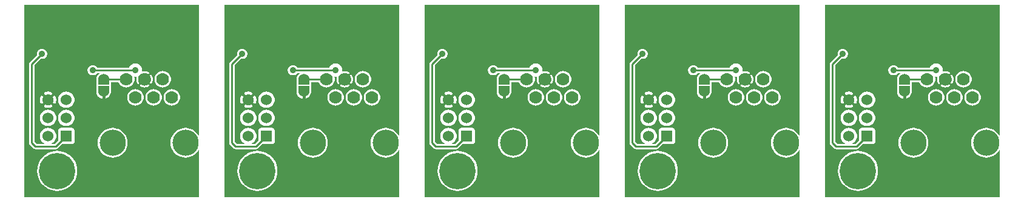
<source format=gbr>
G04 start of page 3 for group 1 idx 1 *
G04 Title: (unknown), bottom *
G04 Creator: pcb 20140316 *
G04 CreationDate: Thu 25 Oct 2018 04:49:50 PM GMT UTC *
G04 For: railfan *
G04 Format: Gerber/RS-274X *
G04 PCB-Dimensions (mil): 5400.00 1100.00 *
G04 PCB-Coordinate-Origin: lower left *
%MOIN*%
%FSLAX25Y25*%
%LNBOTTOM*%
%ADD40C,0.1280*%
%ADD39C,0.0380*%
%ADD38C,0.0300*%
%ADD37C,0.0200*%
%ADD36C,0.1083*%
%ADD35C,0.0360*%
%ADD34C,0.2000*%
%ADD33R,0.0300X0.0300*%
%ADD32C,0.1440*%
%ADD31C,0.0600*%
%ADD30C,0.0700*%
%ADD29C,0.0150*%
%ADD28C,0.0100*%
%ADD27C,0.0001*%
G54D27*G36*
X82993Y28696D02*X83171Y28266D01*
X83846Y27165D01*
X84684Y26184D01*
X85665Y25346D01*
X86766Y24671D01*
X87958Y24177D01*
X89213Y23876D01*
X90500Y23775D01*
X91787Y23876D01*
X93042Y24177D01*
X94234Y24671D01*
X95335Y25346D01*
X96316Y26184D01*
X97154Y27165D01*
X97829Y28266D01*
X98000Y28679D01*
Y2000D01*
X82993D01*
Y28696D01*
G37*
G36*
Y108000D02*X98000D01*
Y35321D01*
X97829Y35734D01*
X97154Y36835D01*
X96316Y37816D01*
X95335Y38654D01*
X94234Y39329D01*
X93042Y39823D01*
X91787Y40124D01*
X90500Y40225D01*
X89213Y40124D01*
X87958Y39823D01*
X86766Y39329D01*
X85665Y38654D01*
X84684Y37816D01*
X83846Y36835D01*
X83171Y35734D01*
X82993Y35304D01*
Y52487D01*
X83000Y52486D01*
X83706Y52542D01*
X84395Y52707D01*
X85049Y52978D01*
X85653Y53348D01*
X86192Y53808D01*
X86652Y54347D01*
X87022Y54951D01*
X87293Y55605D01*
X87458Y56294D01*
X87500Y57000D01*
X87458Y57706D01*
X87293Y58395D01*
X87022Y59049D01*
X86652Y59653D01*
X86192Y60192D01*
X85653Y60652D01*
X85049Y61022D01*
X84395Y61293D01*
X83706Y61458D01*
X83000Y61514D01*
X82993Y61513D01*
Y108000D01*
G37*
G36*
X77993D02*X82993D01*
Y61513D01*
X82294Y61458D01*
X81605Y61293D01*
X80951Y61022D01*
X80347Y60652D01*
X79808Y60192D01*
X79348Y59653D01*
X78978Y59049D01*
X78707Y58395D01*
X78542Y57706D01*
X78486Y57000D01*
X78542Y56294D01*
X78707Y55605D01*
X78978Y54951D01*
X79348Y54347D01*
X79808Y53808D01*
X80347Y53348D01*
X80951Y52978D01*
X81605Y52707D01*
X82294Y52542D01*
X82993Y52487D01*
Y35304D01*
X82677Y34542D01*
X82376Y33287D01*
X82275Y32000D01*
X82376Y30713D01*
X82677Y29458D01*
X82993Y28696D01*
Y2000D01*
X77993D01*
Y62487D01*
X78000Y62486D01*
X78706Y62542D01*
X79395Y62707D01*
X80049Y62978D01*
X80653Y63348D01*
X81192Y63808D01*
X81652Y64347D01*
X82022Y64951D01*
X82293Y65605D01*
X82458Y66294D01*
X82500Y67000D01*
X82458Y67706D01*
X82293Y68395D01*
X82022Y69049D01*
X81652Y69653D01*
X81192Y70192D01*
X80653Y70652D01*
X80049Y71022D01*
X79395Y71293D01*
X78706Y71458D01*
X78000Y71514D01*
X77993Y71513D01*
Y108000D01*
G37*
G36*
X72993D02*X77993D01*
Y71513D01*
X77294Y71458D01*
X76605Y71293D01*
X75951Y71022D01*
X75347Y70652D01*
X74808Y70192D01*
X74348Y69653D01*
X73978Y69049D01*
X73707Y68395D01*
X73542Y67706D01*
X73486Y67000D01*
X73542Y66294D01*
X73707Y65605D01*
X73978Y64951D01*
X74348Y64347D01*
X74808Y63808D01*
X75347Y63348D01*
X75951Y62978D01*
X76605Y62707D01*
X77294Y62542D01*
X77993Y62487D01*
Y2000D01*
X72993D01*
Y52487D01*
X73000Y52486D01*
X73706Y52542D01*
X74395Y52707D01*
X75049Y52978D01*
X75653Y53348D01*
X76192Y53808D01*
X76652Y54347D01*
X77022Y54951D01*
X77293Y55605D01*
X77458Y56294D01*
X77500Y57000D01*
X77458Y57706D01*
X77293Y58395D01*
X77022Y59049D01*
X76652Y59653D01*
X76192Y60192D01*
X75653Y60652D01*
X75049Y61022D01*
X74395Y61293D01*
X73706Y61458D01*
X73000Y61514D01*
X72993Y61513D01*
Y108000D01*
G37*
G36*
X71720Y52679D02*X72294Y52542D01*
X72993Y52487D01*
Y2000D01*
X71720D01*
Y52679D01*
G37*
G36*
Y108000D02*X72993D01*
Y61513D01*
X72294Y61458D01*
X71720Y61321D01*
Y64544D01*
X71771Y64583D01*
X71826Y64639D01*
X71870Y64704D01*
X72064Y65056D01*
X72221Y65426D01*
X72344Y65809D01*
X72433Y66200D01*
X72487Y66599D01*
X72504Y67000D01*
X72487Y67401D01*
X72433Y67800D01*
X72344Y68191D01*
X72221Y68574D01*
X72064Y68944D01*
X71874Y69298D01*
X71829Y69363D01*
X71774Y69420D01*
X71720Y69460D01*
Y108000D01*
G37*
G36*
X68002D02*X71720D01*
Y69460D01*
X71710Y69468D01*
X71640Y69504D01*
X71565Y69530D01*
X71487Y69544D01*
X71408Y69545D01*
X71329Y69533D01*
X71254Y69510D01*
X71183Y69475D01*
X71118Y69429D01*
X71061Y69374D01*
X71013Y69311D01*
X70976Y69241D01*
X70951Y69166D01*
X70937Y69088D01*
X70936Y69008D01*
X70948Y68930D01*
X70971Y68854D01*
X71007Y68784D01*
X71157Y68510D01*
X71279Y68223D01*
X71375Y67926D01*
X71444Y67621D01*
X71486Y67312D01*
X71500Y67000D01*
X71486Y66688D01*
X71444Y66379D01*
X71375Y66074D01*
X71279Y65777D01*
X71157Y65490D01*
X71010Y65214D01*
X70974Y65145D01*
X70951Y65069D01*
X70940Y64991D01*
X70941Y64913D01*
X70954Y64835D01*
X70980Y64761D01*
X71016Y64691D01*
X71064Y64628D01*
X71120Y64573D01*
X71184Y64528D01*
X71255Y64493D01*
X71330Y64470D01*
X71408Y64459D01*
X71487Y64460D01*
X71564Y64473D01*
X71639Y64499D01*
X71708Y64535D01*
X71720Y64544D01*
Y61321D01*
X71605Y61293D01*
X70951Y61022D01*
X70347Y60652D01*
X69808Y60192D01*
X69348Y59653D01*
X68978Y59049D01*
X68707Y58395D01*
X68542Y57706D01*
X68486Y57000D01*
X68542Y56294D01*
X68707Y55605D01*
X68978Y54951D01*
X69348Y54347D01*
X69808Y53808D01*
X70347Y53348D01*
X70951Y52978D01*
X71605Y52707D01*
X71720Y52679D01*
Y2000D01*
X68002D01*
Y62496D01*
X68401Y62513D01*
X68800Y62567D01*
X69191Y62656D01*
X69574Y62779D01*
X69944Y62936D01*
X70298Y63126D01*
X70363Y63171D01*
X70420Y63226D01*
X70468Y63290D01*
X70504Y63360D01*
X70530Y63435D01*
X70544Y63513D01*
X70545Y63592D01*
X70533Y63671D01*
X70510Y63746D01*
X70475Y63817D01*
X70429Y63882D01*
X70374Y63939D01*
X70311Y63987D01*
X70241Y64024D01*
X70166Y64049D01*
X70088Y64063D01*
X70008Y64064D01*
X69930Y64052D01*
X69854Y64029D01*
X69784Y63993D01*
X69510Y63843D01*
X69223Y63721D01*
X68926Y63625D01*
X68621Y63556D01*
X68312Y63514D01*
X68002Y63500D01*
Y70500D01*
X68312Y70486D01*
X68621Y70444D01*
X68926Y70375D01*
X69223Y70279D01*
X69510Y70157D01*
X69786Y70010D01*
X69855Y69974D01*
X69931Y69951D01*
X70009Y69940D01*
X70087Y69941D01*
X70165Y69954D01*
X70239Y69980D01*
X70309Y70016D01*
X70372Y70064D01*
X70427Y70120D01*
X70472Y70184D01*
X70507Y70255D01*
X70530Y70330D01*
X70541Y70408D01*
X70540Y70487D01*
X70527Y70564D01*
X70501Y70639D01*
X70465Y70708D01*
X70417Y70771D01*
X70361Y70826D01*
X70296Y70870D01*
X69944Y71064D01*
X69574Y71221D01*
X69191Y71344D01*
X68800Y71433D01*
X68401Y71487D01*
X68002Y71504D01*
Y108000D01*
G37*
G36*
Y2000D02*X62993D01*
Y52487D01*
X63000Y52486D01*
X63706Y52542D01*
X64395Y52707D01*
X65049Y52978D01*
X65653Y53348D01*
X66192Y53808D01*
X66652Y54347D01*
X67022Y54951D01*
X67293Y55605D01*
X67458Y56294D01*
X67500Y57000D01*
X67458Y57706D01*
X67293Y58395D01*
X67022Y59049D01*
X66652Y59653D01*
X66192Y60192D01*
X65653Y60652D01*
X65049Y61022D01*
X64395Y61293D01*
X63706Y61458D01*
X63000Y61514D01*
X62993Y61513D01*
Y68289D01*
X63000Y68289D01*
X63581Y68334D01*
X63712Y68366D01*
X63656Y68191D01*
X63567Y67800D01*
X63513Y67401D01*
X63496Y67000D01*
X63513Y66599D01*
X63567Y66200D01*
X63656Y65809D01*
X63779Y65426D01*
X63936Y65056D01*
X64126Y64702D01*
X64171Y64637D01*
X64226Y64580D01*
X64290Y64532D01*
X64360Y64496D01*
X64435Y64470D01*
X64513Y64456D01*
X64592Y64455D01*
X64671Y64467D01*
X64746Y64490D01*
X64817Y64525D01*
X64882Y64571D01*
X64939Y64626D01*
X64987Y64689D01*
X65024Y64759D01*
X65049Y64834D01*
X65063Y64912D01*
X65064Y64992D01*
X65052Y65070D01*
X65029Y65146D01*
X64993Y65216D01*
X64843Y65490D01*
X64721Y65777D01*
X64625Y66074D01*
X64556Y66379D01*
X64514Y66688D01*
X64500Y67000D01*
X64514Y67312D01*
X64556Y67621D01*
X64625Y67926D01*
X64721Y68223D01*
X64843Y68510D01*
X64990Y68786D01*
X65026Y68855D01*
X65044Y68913D01*
X65182Y68997D01*
X65624Y69376D01*
X66003Y69818D01*
X66084Y69952D01*
X66146Y69971D01*
X66216Y70007D01*
X66490Y70157D01*
X66777Y70279D01*
X67074Y70375D01*
X67379Y70444D01*
X67688Y70486D01*
X68000Y70500D01*
X68002Y70500D01*
Y63500D01*
X68000Y63500D01*
X67688Y63514D01*
X67379Y63556D01*
X67074Y63625D01*
X66777Y63721D01*
X66490Y63843D01*
X66214Y63990D01*
X66145Y64026D01*
X66069Y64049D01*
X65991Y64060D01*
X65913Y64059D01*
X65835Y64046D01*
X65761Y64020D01*
X65691Y63984D01*
X65628Y63936D01*
X65573Y63880D01*
X65528Y63816D01*
X65493Y63745D01*
X65470Y63670D01*
X65459Y63592D01*
X65460Y63513D01*
X65473Y63436D01*
X65499Y63361D01*
X65535Y63292D01*
X65583Y63229D01*
X65639Y63174D01*
X65704Y63130D01*
X66056Y62936D01*
X66426Y62779D01*
X66809Y62656D01*
X67200Y62567D01*
X67599Y62513D01*
X68000Y62496D01*
X68002Y62496D01*
Y2000D01*
G37*
G36*
X62993Y108000D02*X68002D01*
Y71504D01*
X68000Y71504D01*
X67599Y71487D01*
X67200Y71433D01*
X66809Y71344D01*
X66634Y71288D01*
X66666Y71419D01*
X66700Y72000D01*
X66666Y72581D01*
X66530Y73147D01*
X66307Y73685D01*
X66003Y74182D01*
X65624Y74624D01*
X65182Y75003D01*
X64685Y75307D01*
X64147Y75530D01*
X63581Y75666D01*
X63000Y75711D01*
X62993Y75711D01*
Y108000D01*
G37*
G36*
Y2000D02*X53616D01*
Y24415D01*
X54234Y24671D01*
X55335Y25346D01*
X56316Y26184D01*
X57154Y27165D01*
X57829Y28266D01*
X58323Y29458D01*
X58624Y30713D01*
X58700Y32000D01*
X58624Y33287D01*
X58323Y34542D01*
X57829Y35734D01*
X57154Y36835D01*
X56316Y37816D01*
X55335Y38654D01*
X54234Y39329D01*
X53616Y39585D01*
Y65500D01*
X53751D01*
X53978Y64951D01*
X54348Y64347D01*
X54808Y63808D01*
X55347Y63348D01*
X55951Y62978D01*
X56605Y62707D01*
X57294Y62542D01*
X58000Y62486D01*
X58706Y62542D01*
X59395Y62707D01*
X60049Y62978D01*
X60653Y63348D01*
X61192Y63808D01*
X61652Y64347D01*
X62022Y64951D01*
X62293Y65605D01*
X62458Y66294D01*
X62500Y67000D01*
X62458Y67706D01*
X62301Y68363D01*
X62419Y68334D01*
X62993Y68289D01*
Y61513D01*
X62294Y61458D01*
X61605Y61293D01*
X60951Y61022D01*
X60347Y60652D01*
X59808Y60192D01*
X59348Y59653D01*
X58978Y59049D01*
X58707Y58395D01*
X58542Y57706D01*
X58486Y57000D01*
X58542Y56294D01*
X58707Y55605D01*
X58978Y54951D01*
X59348Y54347D01*
X59808Y53808D01*
X60347Y53348D01*
X60951Y52978D01*
X61605Y52707D01*
X62294Y52542D01*
X62993Y52487D01*
Y2000D01*
G37*
G36*
X53616Y108000D02*X62993D01*
Y75711D01*
X62419Y75666D01*
X61853Y75530D01*
X61315Y75307D01*
X60818Y75003D01*
X60376Y74624D01*
X59997Y74182D01*
X59693Y73685D01*
X59616Y73500D01*
X53616D01*
Y108000D01*
G37*
G36*
X24993D02*X53616D01*
Y73500D01*
X41865D01*
X41772Y73651D01*
X41486Y73986D01*
X41151Y74272D01*
X40775Y74503D01*
X40368Y74671D01*
X39939Y74774D01*
X39500Y74809D01*
X39061Y74774D01*
X38632Y74671D01*
X38225Y74503D01*
X37849Y74272D01*
X37514Y73986D01*
X37228Y73651D01*
X36997Y73275D01*
X36829Y72868D01*
X36726Y72439D01*
X36691Y72000D01*
X36726Y71561D01*
X36829Y71132D01*
X36997Y70725D01*
X37228Y70349D01*
X37514Y70014D01*
X37849Y69728D01*
X38225Y69497D01*
X38632Y69329D01*
X39061Y69226D01*
X39500Y69191D01*
X39939Y69226D01*
X40368Y69329D01*
X40775Y69497D01*
X41151Y69728D01*
X41486Y70014D01*
X41772Y70349D01*
X41865Y70500D01*
X43556D01*
X43142Y70246D01*
X42663Y69837D01*
X42254Y69358D01*
X41925Y68822D01*
X41684Y68240D01*
X41537Y67628D01*
X41488Y67000D01*
X41500Y66837D01*
X41509Y63843D01*
X41546Y63690D01*
X41583Y63600D01*
X41546Y63510D01*
X41509Y63357D01*
X41500Y63200D01*
X41508Y60459D01*
X41488Y60200D01*
X41537Y59572D01*
X41684Y58960D01*
X41925Y58378D01*
X42254Y57842D01*
X42663Y57363D01*
X43142Y56954D01*
X43678Y56625D01*
X44260Y56384D01*
X44872Y56237D01*
X45500Y56188D01*
X46128Y56237D01*
X46740Y56384D01*
X47322Y56625D01*
X47858Y56954D01*
X48337Y57363D01*
X48746Y57842D01*
X49075Y58378D01*
X49316Y58960D01*
X49463Y59572D01*
X49491Y60043D01*
X49491Y60043D01*
X49500Y60200D01*
X49491Y63357D01*
X49454Y63510D01*
X49417Y63600D01*
X49454Y63690D01*
X49491Y63843D01*
X49500Y64000D01*
X49496Y65500D01*
X53616D01*
Y39585D01*
X53042Y39823D01*
X51787Y40124D01*
X50500Y40225D01*
X49213Y40124D01*
X47958Y39823D01*
X46766Y39329D01*
X45665Y38654D01*
X44684Y37816D01*
X43846Y36835D01*
X43171Y35734D01*
X42677Y34542D01*
X42376Y33287D01*
X42275Y32000D01*
X42376Y30713D01*
X42677Y29458D01*
X43171Y28266D01*
X43846Y27165D01*
X44684Y26184D01*
X45665Y25346D01*
X46766Y24671D01*
X47958Y24177D01*
X49213Y23876D01*
X50500Y23775D01*
X51787Y23876D01*
X53042Y24177D01*
X53616Y24415D01*
Y2000D01*
X24993D01*
Y6662D01*
X25009Y6669D01*
X26486Y7573D01*
X27802Y8698D01*
X28927Y10014D01*
X29831Y11491D01*
X30494Y13090D01*
X30898Y14774D01*
X31000Y16500D01*
X30898Y18226D01*
X30494Y19910D01*
X29831Y21509D01*
X28927Y22986D01*
X27802Y24302D01*
X26486Y25427D01*
X25009Y26331D01*
X24993Y26338D01*
Y31207D01*
X28235Y31214D01*
X28465Y31269D01*
X28683Y31359D01*
X28884Y31483D01*
X29064Y31636D01*
X29217Y31816D01*
X29341Y32017D01*
X29431Y32235D01*
X29486Y32465D01*
X29500Y32700D01*
X29486Y38935D01*
X29431Y39165D01*
X29341Y39383D01*
X29217Y39584D01*
X29064Y39764D01*
X28884Y39917D01*
X28683Y40041D01*
X28465Y40131D01*
X28235Y40186D01*
X28000Y40200D01*
X24993Y40193D01*
Y41187D01*
X25000Y41186D01*
X25706Y41242D01*
X26395Y41407D01*
X27049Y41678D01*
X27653Y42048D01*
X28192Y42508D01*
X28652Y43047D01*
X29022Y43651D01*
X29293Y44305D01*
X29458Y44994D01*
X29500Y45700D01*
X29458Y46406D01*
X29293Y47095D01*
X29022Y47749D01*
X28652Y48353D01*
X28192Y48892D01*
X27653Y49352D01*
X27049Y49722D01*
X26395Y49993D01*
X25706Y50158D01*
X25000Y50214D01*
X24993Y50213D01*
Y51187D01*
X25000Y51186D01*
X25706Y51242D01*
X26395Y51407D01*
X27049Y51678D01*
X27653Y52048D01*
X28192Y52508D01*
X28652Y53047D01*
X29022Y53651D01*
X29293Y54305D01*
X29458Y54994D01*
X29500Y55700D01*
X29458Y56406D01*
X29293Y57095D01*
X29022Y57749D01*
X28652Y58353D01*
X28192Y58892D01*
X27653Y59352D01*
X27049Y59722D01*
X26395Y59993D01*
X25706Y60158D01*
X25000Y60214D01*
X24993Y60213D01*
Y108000D01*
G37*
G36*
Y26338D02*X23410Y26994D01*
X21726Y27398D01*
X20000Y27534D01*
X18274Y27398D01*
X16998Y27092D01*
Y28500D01*
X19241D01*
X19300Y28495D01*
X19535Y28514D01*
X19535Y28514D01*
X19765Y28569D01*
X19983Y28659D01*
X20184Y28783D01*
X20364Y28936D01*
X20402Y28981D01*
X22623Y31201D01*
X24993Y31207D01*
Y26338D01*
G37*
G36*
Y2000D02*X16998D01*
Y5908D01*
X18274Y5602D01*
X20000Y5466D01*
X21726Y5602D01*
X23410Y6006D01*
X24993Y6662D01*
Y2000D01*
G37*
G36*
X18613Y108000D02*X24993D01*
Y60213D01*
X24294Y60158D01*
X23605Y59993D01*
X22951Y59722D01*
X22347Y59352D01*
X21808Y58892D01*
X21348Y58353D01*
X20978Y57749D01*
X20707Y57095D01*
X20542Y56406D01*
X20486Y55700D01*
X20542Y54994D01*
X20707Y54305D01*
X20978Y53651D01*
X21348Y53047D01*
X21808Y52508D01*
X22347Y52048D01*
X22951Y51678D01*
X23605Y51407D01*
X24294Y51242D01*
X24993Y51187D01*
Y50213D01*
X24294Y50158D01*
X23605Y49993D01*
X22951Y49722D01*
X22347Y49352D01*
X21808Y48892D01*
X21348Y48353D01*
X20978Y47749D01*
X20707Y47095D01*
X20542Y46406D01*
X20486Y45700D01*
X20542Y44994D01*
X20707Y44305D01*
X20978Y43651D01*
X21348Y43047D01*
X21808Y42508D01*
X22347Y42048D01*
X22951Y41678D01*
X23605Y41407D01*
X24294Y41242D01*
X24993Y41187D01*
Y40193D01*
X21765Y40186D01*
X21535Y40131D01*
X21317Y40041D01*
X21116Y39917D01*
X20936Y39764D01*
X20783Y39584D01*
X20659Y39383D01*
X20569Y39165D01*
X20514Y38935D01*
X20500Y38700D01*
X20512Y33333D01*
X18679Y31500D01*
X18613D01*
Y33002D01*
X18652Y33047D01*
X19022Y33651D01*
X19293Y34305D01*
X19458Y34994D01*
X19500Y35700D01*
X19458Y36406D01*
X19293Y37095D01*
X19022Y37749D01*
X18652Y38353D01*
X18613Y38398D01*
Y43002D01*
X18652Y43047D01*
X19022Y43651D01*
X19293Y44305D01*
X19458Y44994D01*
X19500Y45700D01*
X19458Y46406D01*
X19293Y47095D01*
X19022Y47749D01*
X18652Y48353D01*
X18613Y48398D01*
Y53553D01*
X18656Y53560D01*
X18768Y53597D01*
X18873Y53652D01*
X18968Y53722D01*
X19051Y53806D01*
X19119Y53902D01*
X19170Y54008D01*
X19318Y54416D01*
X19422Y54837D01*
X19484Y55267D01*
X19505Y55700D01*
X19484Y56133D01*
X19422Y56563D01*
X19318Y56984D01*
X19175Y57394D01*
X19122Y57500D01*
X19053Y57596D01*
X18970Y57681D01*
X18875Y57751D01*
X18769Y57806D01*
X18657Y57843D01*
X18613Y57851D01*
Y108000D01*
G37*
G36*
Y38398D02*X18192Y38892D01*
X17653Y39352D01*
X17049Y39722D01*
X16998Y39743D01*
Y41657D01*
X17049Y41678D01*
X17653Y42048D01*
X18192Y42508D01*
X18613Y43002D01*
Y38398D01*
G37*
G36*
Y31500D02*X16998D01*
Y31657D01*
X17049Y31678D01*
X17653Y32048D01*
X18192Y32508D01*
X18613Y33002D01*
Y31500D01*
G37*
G36*
X16998Y108000D02*X18613D01*
Y57851D01*
X18540Y57863D01*
X18421Y57864D01*
X18304Y57846D01*
X18191Y57810D01*
X18085Y57757D01*
X17988Y57688D01*
X17904Y57605D01*
X17833Y57509D01*
X17779Y57404D01*
X17741Y57292D01*
X17722Y57175D01*
X17721Y57056D01*
X17739Y56939D01*
X17777Y56826D01*
X17876Y56555D01*
X17944Y56275D01*
X17986Y55989D01*
X18000Y55700D01*
X17986Y55411D01*
X17944Y55125D01*
X17876Y54845D01*
X17780Y54572D01*
X17742Y54461D01*
X17725Y54344D01*
X17725Y54226D01*
X17745Y54109D01*
X17782Y53997D01*
X17836Y53893D01*
X17906Y53798D01*
X17991Y53715D01*
X18087Y53646D01*
X18192Y53593D01*
X18305Y53557D01*
X18421Y53540D01*
X18539Y53541D01*
X18613Y53553D01*
Y48398D01*
X18192Y48892D01*
X17653Y49352D01*
X17049Y49722D01*
X16998Y49743D01*
Y51753D01*
X17051Y51825D01*
X17106Y51931D01*
X17143Y52043D01*
X17163Y52160D01*
X17164Y52279D01*
X17146Y52396D01*
X17110Y52509D01*
X17057Y52615D01*
X16998Y52698D01*
Y58708D01*
X17054Y58787D01*
X17107Y58892D01*
X17143Y59005D01*
X17160Y59121D01*
X17159Y59239D01*
X17140Y59356D01*
X17103Y59468D01*
X17048Y59573D01*
X16998Y59641D01*
Y108000D01*
G37*
G36*
Y31500D02*X16619D01*
X16998Y31657D01*
Y31500D01*
G37*
G36*
X11387Y9647D02*X12198Y8698D01*
X13514Y7573D01*
X14991Y6669D01*
X16590Y6006D01*
X16998Y5908D01*
Y2000D01*
X11387D01*
Y9647D01*
G37*
G36*
Y28500D02*X16998D01*
Y27092D01*
X16590Y26994D01*
X14991Y26331D01*
X13514Y25427D01*
X12198Y24302D01*
X11387Y23353D01*
Y28500D01*
G37*
G36*
Y33002D02*X11808Y32508D01*
X12347Y32048D01*
X12951Y31678D01*
X13381Y31500D01*
X11387D01*
Y33002D01*
G37*
G36*
Y43002D02*X11808Y42508D01*
X12347Y42048D01*
X12951Y41678D01*
X13605Y41407D01*
X14294Y41242D01*
X15000Y41186D01*
X15706Y41242D01*
X16395Y41407D01*
X16998Y41657D01*
Y39743D01*
X16395Y39993D01*
X15706Y40158D01*
X15000Y40214D01*
X14294Y40158D01*
X13605Y39993D01*
X12951Y39722D01*
X12347Y39352D01*
X11808Y38892D01*
X11387Y38398D01*
Y43002D01*
G37*
G36*
Y108000D02*X16998D01*
Y59641D01*
X16978Y59668D01*
X16894Y59751D01*
X16798Y59819D01*
X16692Y59870D01*
X16284Y60018D01*
X15863Y60122D01*
X15433Y60184D01*
X15000Y60205D01*
X14567Y60184D01*
X14137Y60122D01*
X13716Y60018D01*
X13306Y59875D01*
X13200Y59822D01*
X13104Y59753D01*
X13019Y59670D01*
X12949Y59575D01*
X12894Y59469D01*
X12857Y59357D01*
X12837Y59240D01*
X12836Y59121D01*
X12854Y59004D01*
X12890Y58891D01*
X12943Y58785D01*
X13012Y58688D01*
X13095Y58604D01*
X13191Y58533D01*
X13296Y58479D01*
X13408Y58441D01*
X13525Y58422D01*
X13644Y58421D01*
X13761Y58439D01*
X13874Y58477D01*
X14145Y58576D01*
X14425Y58644D01*
X14711Y58686D01*
X15000Y58700D01*
X15289Y58686D01*
X15575Y58644D01*
X15855Y58576D01*
X16128Y58480D01*
X16239Y58442D01*
X16356Y58425D01*
X16474Y58425D01*
X16591Y58445D01*
X16703Y58482D01*
X16807Y58536D01*
X16902Y58606D01*
X16985Y58691D01*
X16998Y58708D01*
Y52698D01*
X16988Y52712D01*
X16905Y52796D01*
X16809Y52867D01*
X16704Y52921D01*
X16592Y52959D01*
X16475Y52978D01*
X16356Y52979D01*
X16239Y52961D01*
X16126Y52923D01*
X15855Y52824D01*
X15575Y52756D01*
X15289Y52714D01*
X15000Y52700D01*
X14711Y52714D01*
X14425Y52756D01*
X14145Y52824D01*
X13872Y52920D01*
X13761Y52958D01*
X13644Y52975D01*
X13526Y52975D01*
X13409Y52955D01*
X13297Y52918D01*
X13193Y52864D01*
X13098Y52794D01*
X13015Y52709D01*
X12946Y52613D01*
X12893Y52508D01*
X12857Y52395D01*
X12840Y52279D01*
X12841Y52161D01*
X12860Y52044D01*
X12897Y51932D01*
X12952Y51827D01*
X13022Y51732D01*
X13106Y51649D01*
X13202Y51581D01*
X13308Y51530D01*
X13716Y51382D01*
X14137Y51278D01*
X14567Y51216D01*
X15000Y51195D01*
X15433Y51216D01*
X15863Y51278D01*
X16284Y51382D01*
X16694Y51525D01*
X16800Y51578D01*
X16896Y51647D01*
X16981Y51730D01*
X16998Y51753D01*
Y49743D01*
X16395Y49993D01*
X15706Y50158D01*
X15000Y50214D01*
X14294Y50158D01*
X13605Y49993D01*
X12951Y49722D01*
X12347Y49352D01*
X11808Y48892D01*
X11387Y48398D01*
Y53549D01*
X11460Y53537D01*
X11579Y53536D01*
X11696Y53554D01*
X11809Y53590D01*
X11915Y53643D01*
X12012Y53712D01*
X12096Y53795D01*
X12167Y53891D01*
X12221Y53996D01*
X12259Y54108D01*
X12278Y54225D01*
X12279Y54344D01*
X12261Y54461D01*
X12223Y54574D01*
X12124Y54845D01*
X12056Y55125D01*
X12014Y55411D01*
X12000Y55700D01*
X12014Y55989D01*
X12056Y56275D01*
X12124Y56555D01*
X12220Y56828D01*
X12258Y56939D01*
X12275Y57056D01*
X12275Y57174D01*
X12255Y57291D01*
X12218Y57403D01*
X12164Y57507D01*
X12094Y57602D01*
X12009Y57685D01*
X11913Y57754D01*
X11808Y57807D01*
X11695Y57843D01*
X11579Y57860D01*
X11461Y57859D01*
X11387Y57847D01*
Y78212D01*
X11652Y78191D01*
X12091Y78226D01*
X12520Y78329D01*
X12927Y78497D01*
X13303Y78728D01*
X13638Y79014D01*
X13924Y79349D01*
X14155Y79725D01*
X14323Y80132D01*
X14426Y80561D01*
X14452Y81000D01*
X14426Y81439D01*
X14323Y81868D01*
X14155Y82275D01*
X13924Y82651D01*
X13638Y82986D01*
X13303Y83272D01*
X12927Y83503D01*
X12520Y83671D01*
X12091Y83774D01*
X11652Y83809D01*
X11387Y83788D01*
Y108000D01*
G37*
G36*
Y48398D02*X11348Y48353D01*
X10978Y47749D01*
X10707Y47095D01*
X10542Y46406D01*
X10486Y45700D01*
X10542Y44994D01*
X10707Y44305D01*
X10978Y43651D01*
X11348Y43047D01*
X11387Y43002D01*
Y38398D01*
X11348Y38353D01*
X10978Y37749D01*
X10707Y37095D01*
X10542Y36406D01*
X10486Y35700D01*
X10542Y34994D01*
X10707Y34305D01*
X10978Y33651D01*
X11348Y33047D01*
X11387Y33002D01*
Y31500D01*
X8621D01*
X7500Y32621D01*
Y74727D01*
X11041Y78267D01*
X11213Y78226D01*
X11387Y78212D01*
Y57847D01*
X11344Y57840D01*
X11232Y57803D01*
X11127Y57748D01*
X11032Y57678D01*
X10949Y57594D01*
X10881Y57498D01*
X10830Y57392D01*
X10682Y56984D01*
X10578Y56563D01*
X10516Y56133D01*
X10495Y55700D01*
X10516Y55267D01*
X10578Y54837D01*
X10682Y54416D01*
X10825Y54006D01*
X10878Y53900D01*
X10947Y53804D01*
X11030Y53719D01*
X11125Y53649D01*
X11231Y53594D01*
X11343Y53557D01*
X11387Y53549D01*
Y48398D01*
G37*
G36*
X2000Y108000D02*X11387D01*
Y83788D01*
X11213Y83774D01*
X10784Y83671D01*
X10377Y83503D01*
X10001Y83272D01*
X9666Y82986D01*
X9380Y82651D01*
X9149Y82275D01*
X8981Y81868D01*
X8878Y81439D01*
X8843Y81000D01*
X8878Y80561D01*
X8919Y80389D01*
X4981Y76450D01*
X4936Y76412D01*
X4783Y76232D01*
X4659Y76031D01*
X4569Y75813D01*
X4514Y75583D01*
X4514Y75583D01*
X4495Y75348D01*
X4500Y75289D01*
Y32059D01*
X4495Y32000D01*
X4514Y31765D01*
X4569Y31535D01*
X4659Y31317D01*
X4783Y31116D01*
X4936Y30936D01*
X4981Y30898D01*
X6898Y28981D01*
X6936Y28936D01*
X7115Y28783D01*
X7116Y28783D01*
X7317Y28659D01*
X7535Y28569D01*
X7765Y28514D01*
X8000Y28495D01*
X8059Y28500D01*
X11387D01*
Y23353D01*
X11073Y22986D01*
X10169Y21509D01*
X9506Y19910D01*
X9102Y18226D01*
X8966Y16500D01*
X9102Y14774D01*
X9506Y13090D01*
X10169Y11491D01*
X11073Y10014D01*
X11387Y9647D01*
Y2000D01*
X2000D01*
Y108000D01*
G37*
G36*
X192993Y28696D02*X193171Y28266D01*
X193846Y27165D01*
X194684Y26184D01*
X195665Y25346D01*
X196766Y24671D01*
X197958Y24177D01*
X199213Y23876D01*
X200500Y23775D01*
X201787Y23876D01*
X203042Y24177D01*
X204234Y24671D01*
X205335Y25346D01*
X206316Y26184D01*
X207154Y27165D01*
X207829Y28266D01*
X208000Y28679D01*
Y2000D01*
X192993D01*
Y28696D01*
G37*
G36*
Y108000D02*X208000D01*
Y35321D01*
X207829Y35734D01*
X207154Y36835D01*
X206316Y37816D01*
X205335Y38654D01*
X204234Y39329D01*
X203042Y39823D01*
X201787Y40124D01*
X200500Y40225D01*
X199213Y40124D01*
X197958Y39823D01*
X196766Y39329D01*
X195665Y38654D01*
X194684Y37816D01*
X193846Y36835D01*
X193171Y35734D01*
X192993Y35304D01*
Y52487D01*
X193000Y52486D01*
X193706Y52542D01*
X194395Y52707D01*
X195049Y52978D01*
X195653Y53348D01*
X196192Y53808D01*
X196652Y54347D01*
X197022Y54951D01*
X197293Y55605D01*
X197458Y56294D01*
X197500Y57000D01*
X197458Y57706D01*
X197293Y58395D01*
X197022Y59049D01*
X196652Y59653D01*
X196192Y60192D01*
X195653Y60652D01*
X195049Y61022D01*
X194395Y61293D01*
X193706Y61458D01*
X193000Y61514D01*
X192993Y61513D01*
Y108000D01*
G37*
G36*
X187993D02*X192993D01*
Y61513D01*
X192294Y61458D01*
X191605Y61293D01*
X190951Y61022D01*
X190347Y60652D01*
X189808Y60192D01*
X189348Y59653D01*
X188978Y59049D01*
X188707Y58395D01*
X188542Y57706D01*
X188486Y57000D01*
X188542Y56294D01*
X188707Y55605D01*
X188978Y54951D01*
X189348Y54347D01*
X189808Y53808D01*
X190347Y53348D01*
X190951Y52978D01*
X191605Y52707D01*
X192294Y52542D01*
X192993Y52487D01*
Y35304D01*
X192677Y34542D01*
X192376Y33287D01*
X192275Y32000D01*
X192376Y30713D01*
X192677Y29458D01*
X192993Y28696D01*
Y2000D01*
X187993D01*
Y62487D01*
X188000Y62486D01*
X188706Y62542D01*
X189395Y62707D01*
X190049Y62978D01*
X190653Y63348D01*
X191192Y63808D01*
X191652Y64347D01*
X192022Y64951D01*
X192293Y65605D01*
X192458Y66294D01*
X192500Y67000D01*
X192458Y67706D01*
X192293Y68395D01*
X192022Y69049D01*
X191652Y69653D01*
X191192Y70192D01*
X190653Y70652D01*
X190049Y71022D01*
X189395Y71293D01*
X188706Y71458D01*
X188000Y71514D01*
X187993Y71513D01*
Y108000D01*
G37*
G36*
X181720D02*X187993D01*
Y71513D01*
X187294Y71458D01*
X186605Y71293D01*
X185951Y71022D01*
X185347Y70652D01*
X184808Y70192D01*
X184348Y69653D01*
X183978Y69049D01*
X183707Y68395D01*
X183542Y67706D01*
X183486Y67000D01*
X183542Y66294D01*
X183707Y65605D01*
X183978Y64951D01*
X184348Y64347D01*
X184808Y63808D01*
X185347Y63348D01*
X185951Y62978D01*
X186605Y62707D01*
X187294Y62542D01*
X187993Y62487D01*
Y2000D01*
X181720D01*
Y52679D01*
X182294Y52542D01*
X183000Y52486D01*
X183706Y52542D01*
X184395Y52707D01*
X185049Y52978D01*
X185653Y53348D01*
X186192Y53808D01*
X186652Y54347D01*
X187022Y54951D01*
X187293Y55605D01*
X187458Y56294D01*
X187500Y57000D01*
X187458Y57706D01*
X187293Y58395D01*
X187022Y59049D01*
X186652Y59653D01*
X186192Y60192D01*
X185653Y60652D01*
X185049Y61022D01*
X184395Y61293D01*
X183706Y61458D01*
X183000Y61514D01*
X182294Y61458D01*
X181720Y61321D01*
Y64544D01*
X181771Y64583D01*
X181826Y64639D01*
X181870Y64704D01*
X182064Y65056D01*
X182221Y65426D01*
X182344Y65809D01*
X182433Y66200D01*
X182487Y66599D01*
X182504Y67000D01*
X182487Y67401D01*
X182433Y67800D01*
X182344Y68191D01*
X182221Y68574D01*
X182064Y68944D01*
X181874Y69298D01*
X181829Y69363D01*
X181774Y69420D01*
X181720Y69460D01*
Y108000D01*
G37*
G36*
X178002D02*X181720D01*
Y69460D01*
X181710Y69468D01*
X181640Y69504D01*
X181565Y69530D01*
X181487Y69544D01*
X181408Y69545D01*
X181329Y69533D01*
X181254Y69510D01*
X181183Y69475D01*
X181118Y69429D01*
X181061Y69374D01*
X181013Y69311D01*
X180976Y69241D01*
X180951Y69166D01*
X180937Y69088D01*
X180936Y69008D01*
X180948Y68930D01*
X180971Y68854D01*
X181007Y68784D01*
X181157Y68510D01*
X181279Y68223D01*
X181375Y67926D01*
X181444Y67621D01*
X181486Y67312D01*
X181500Y67000D01*
X181486Y66688D01*
X181444Y66379D01*
X181375Y66074D01*
X181279Y65777D01*
X181157Y65490D01*
X181010Y65214D01*
X180974Y65145D01*
X180951Y65069D01*
X180940Y64991D01*
X180941Y64913D01*
X180954Y64835D01*
X180980Y64761D01*
X181016Y64691D01*
X181064Y64628D01*
X181120Y64573D01*
X181184Y64528D01*
X181255Y64493D01*
X181330Y64470D01*
X181408Y64459D01*
X181487Y64460D01*
X181564Y64473D01*
X181639Y64499D01*
X181708Y64535D01*
X181720Y64544D01*
Y61321D01*
X181605Y61293D01*
X180951Y61022D01*
X180347Y60652D01*
X179808Y60192D01*
X179348Y59653D01*
X178978Y59049D01*
X178707Y58395D01*
X178542Y57706D01*
X178486Y57000D01*
X178542Y56294D01*
X178707Y55605D01*
X178978Y54951D01*
X179348Y54347D01*
X179808Y53808D01*
X180347Y53348D01*
X180951Y52978D01*
X181605Y52707D01*
X181720Y52679D01*
Y2000D01*
X178002D01*
Y62496D01*
X178401Y62513D01*
X178800Y62567D01*
X179191Y62656D01*
X179574Y62779D01*
X179944Y62936D01*
X180298Y63126D01*
X180363Y63171D01*
X180420Y63226D01*
X180468Y63290D01*
X180504Y63360D01*
X180530Y63435D01*
X180544Y63513D01*
X180545Y63592D01*
X180533Y63671D01*
X180510Y63746D01*
X180475Y63817D01*
X180429Y63882D01*
X180374Y63939D01*
X180311Y63987D01*
X180241Y64024D01*
X180166Y64049D01*
X180088Y64063D01*
X180008Y64064D01*
X179930Y64052D01*
X179854Y64029D01*
X179784Y63993D01*
X179510Y63843D01*
X179223Y63721D01*
X178926Y63625D01*
X178621Y63556D01*
X178312Y63514D01*
X178002Y63500D01*
Y70500D01*
X178312Y70486D01*
X178621Y70444D01*
X178926Y70375D01*
X179223Y70279D01*
X179510Y70157D01*
X179786Y70010D01*
X179855Y69974D01*
X179931Y69951D01*
X180009Y69940D01*
X180087Y69941D01*
X180165Y69954D01*
X180239Y69980D01*
X180309Y70016D01*
X180372Y70064D01*
X180427Y70120D01*
X180472Y70184D01*
X180507Y70255D01*
X180530Y70330D01*
X180541Y70408D01*
X180540Y70487D01*
X180527Y70564D01*
X180501Y70639D01*
X180465Y70708D01*
X180417Y70771D01*
X180361Y70826D01*
X180296Y70870D01*
X179944Y71064D01*
X179574Y71221D01*
X179191Y71344D01*
X178800Y71433D01*
X178401Y71487D01*
X178002Y71504D01*
Y108000D01*
G37*
G36*
Y2000D02*X172993D01*
Y52487D01*
X173000Y52486D01*
X173706Y52542D01*
X174395Y52707D01*
X175049Y52978D01*
X175653Y53348D01*
X176192Y53808D01*
X176652Y54347D01*
X177022Y54951D01*
X177293Y55605D01*
X177458Y56294D01*
X177500Y57000D01*
X177458Y57706D01*
X177293Y58395D01*
X177022Y59049D01*
X176652Y59653D01*
X176192Y60192D01*
X175653Y60652D01*
X175049Y61022D01*
X174395Y61293D01*
X173706Y61458D01*
X173000Y61514D01*
X172993Y61513D01*
Y68289D01*
X173000Y68289D01*
X173581Y68334D01*
X173712Y68366D01*
X173656Y68191D01*
X173567Y67800D01*
X173513Y67401D01*
X173496Y67000D01*
X173513Y66599D01*
X173567Y66200D01*
X173656Y65809D01*
X173779Y65426D01*
X173936Y65056D01*
X174126Y64702D01*
X174171Y64637D01*
X174226Y64580D01*
X174290Y64532D01*
X174360Y64496D01*
X174435Y64470D01*
X174513Y64456D01*
X174592Y64455D01*
X174671Y64467D01*
X174746Y64490D01*
X174817Y64525D01*
X174882Y64571D01*
X174939Y64626D01*
X174987Y64689D01*
X175024Y64759D01*
X175049Y64834D01*
X175063Y64912D01*
X175064Y64992D01*
X175052Y65070D01*
X175029Y65146D01*
X174993Y65216D01*
X174843Y65490D01*
X174721Y65777D01*
X174625Y66074D01*
X174556Y66379D01*
X174514Y66688D01*
X174500Y67000D01*
X174514Y67312D01*
X174556Y67621D01*
X174625Y67926D01*
X174721Y68223D01*
X174843Y68510D01*
X174990Y68786D01*
X175026Y68855D01*
X175044Y68913D01*
X175182Y68997D01*
X175624Y69376D01*
X176003Y69818D01*
X176084Y69952D01*
X176146Y69971D01*
X176216Y70007D01*
X176490Y70157D01*
X176777Y70279D01*
X177074Y70375D01*
X177379Y70444D01*
X177688Y70486D01*
X178000Y70500D01*
X178002Y70500D01*
Y63500D01*
X178000Y63500D01*
X177688Y63514D01*
X177379Y63556D01*
X177074Y63625D01*
X176777Y63721D01*
X176490Y63843D01*
X176214Y63990D01*
X176145Y64026D01*
X176069Y64049D01*
X175991Y64060D01*
X175913Y64059D01*
X175835Y64046D01*
X175761Y64020D01*
X175691Y63984D01*
X175628Y63936D01*
X175573Y63880D01*
X175528Y63816D01*
X175493Y63745D01*
X175470Y63670D01*
X175459Y63592D01*
X175460Y63513D01*
X175473Y63436D01*
X175499Y63361D01*
X175535Y63292D01*
X175583Y63229D01*
X175639Y63174D01*
X175704Y63130D01*
X176056Y62936D01*
X176426Y62779D01*
X176809Y62656D01*
X177200Y62567D01*
X177599Y62513D01*
X178000Y62496D01*
X178002Y62496D01*
Y2000D01*
G37*
G36*
X172993D02*X163616D01*
Y24415D01*
X164234Y24671D01*
X165335Y25346D01*
X166316Y26184D01*
X167154Y27165D01*
X167829Y28266D01*
X168323Y29458D01*
X168624Y30713D01*
X168700Y32000D01*
X168624Y33287D01*
X168323Y34542D01*
X167829Y35734D01*
X167154Y36835D01*
X166316Y37816D01*
X165335Y38654D01*
X164234Y39329D01*
X163616Y39585D01*
Y65500D01*
X163751D01*
X163978Y64951D01*
X164348Y64347D01*
X164808Y63808D01*
X165347Y63348D01*
X165951Y62978D01*
X166605Y62707D01*
X167294Y62542D01*
X168000Y62486D01*
X168706Y62542D01*
X169395Y62707D01*
X170049Y62978D01*
X170653Y63348D01*
X171192Y63808D01*
X171652Y64347D01*
X172022Y64951D01*
X172293Y65605D01*
X172458Y66294D01*
X172500Y67000D01*
X172458Y67706D01*
X172301Y68363D01*
X172419Y68334D01*
X172993Y68289D01*
Y61513D01*
X172294Y61458D01*
X171605Y61293D01*
X170951Y61022D01*
X170347Y60652D01*
X169808Y60192D01*
X169348Y59653D01*
X168978Y59049D01*
X168707Y58395D01*
X168542Y57706D01*
X168486Y57000D01*
X168542Y56294D01*
X168707Y55605D01*
X168978Y54951D01*
X169348Y54347D01*
X169808Y53808D01*
X170347Y53348D01*
X170951Y52978D01*
X171605Y52707D01*
X172294Y52542D01*
X172993Y52487D01*
Y2000D01*
G37*
G36*
X163616Y108000D02*X178002D01*
Y71504D01*
X178000Y71504D01*
X177599Y71487D01*
X177200Y71433D01*
X176809Y71344D01*
X176634Y71288D01*
X176666Y71419D01*
X176700Y72000D01*
X176666Y72581D01*
X176530Y73147D01*
X176307Y73685D01*
X176003Y74182D01*
X175624Y74624D01*
X175182Y75003D01*
X174685Y75307D01*
X174147Y75530D01*
X173581Y75666D01*
X173000Y75711D01*
X172419Y75666D01*
X171853Y75530D01*
X171315Y75307D01*
X170818Y75003D01*
X170376Y74624D01*
X169997Y74182D01*
X169693Y73685D01*
X169616Y73500D01*
X163616D01*
Y108000D01*
G37*
G36*
X134993D02*X163616D01*
Y73500D01*
X151865D01*
X151772Y73651D01*
X151486Y73986D01*
X151151Y74272D01*
X150775Y74503D01*
X150368Y74671D01*
X149939Y74774D01*
X149500Y74809D01*
X149061Y74774D01*
X148632Y74671D01*
X148225Y74503D01*
X147849Y74272D01*
X147514Y73986D01*
X147228Y73651D01*
X146997Y73275D01*
X146829Y72868D01*
X146726Y72439D01*
X146691Y72000D01*
X146726Y71561D01*
X146829Y71132D01*
X146997Y70725D01*
X147228Y70349D01*
X147514Y70014D01*
X147849Y69728D01*
X148225Y69497D01*
X148632Y69329D01*
X149061Y69226D01*
X149500Y69191D01*
X149939Y69226D01*
X150368Y69329D01*
X150775Y69497D01*
X151151Y69728D01*
X151486Y70014D01*
X151772Y70349D01*
X151865Y70500D01*
X153556D01*
X153142Y70246D01*
X152663Y69837D01*
X152254Y69358D01*
X151925Y68822D01*
X151684Y68240D01*
X151537Y67628D01*
X151488Y67000D01*
X151500Y66837D01*
X151509Y63843D01*
X151546Y63690D01*
X151583Y63600D01*
X151546Y63510D01*
X151509Y63357D01*
X151500Y63200D01*
X151508Y60459D01*
X151488Y60200D01*
X151537Y59572D01*
X151684Y58960D01*
X151925Y58378D01*
X152254Y57842D01*
X152663Y57363D01*
X153142Y56954D01*
X153678Y56625D01*
X154260Y56384D01*
X154872Y56237D01*
X155500Y56188D01*
X156128Y56237D01*
X156740Y56384D01*
X157322Y56625D01*
X157858Y56954D01*
X158337Y57363D01*
X158746Y57842D01*
X159075Y58378D01*
X159316Y58960D01*
X159463Y59572D01*
X159491Y60043D01*
X159491Y60043D01*
X159500Y60200D01*
X159491Y63357D01*
X159454Y63510D01*
X159417Y63600D01*
X159454Y63690D01*
X159491Y63843D01*
X159500Y64000D01*
X159496Y65500D01*
X163616D01*
Y39585D01*
X163042Y39823D01*
X161787Y40124D01*
X160500Y40225D01*
X159213Y40124D01*
X157958Y39823D01*
X156766Y39329D01*
X155665Y38654D01*
X154684Y37816D01*
X153846Y36835D01*
X153171Y35734D01*
X152677Y34542D01*
X152376Y33287D01*
X152275Y32000D01*
X152376Y30713D01*
X152677Y29458D01*
X153171Y28266D01*
X153846Y27165D01*
X154684Y26184D01*
X155665Y25346D01*
X156766Y24671D01*
X157958Y24177D01*
X159213Y23876D01*
X160500Y23775D01*
X161787Y23876D01*
X163042Y24177D01*
X163616Y24415D01*
Y2000D01*
X134993D01*
Y6662D01*
X135009Y6669D01*
X136486Y7573D01*
X137802Y8698D01*
X138927Y10014D01*
X139831Y11491D01*
X140494Y13090D01*
X140898Y14774D01*
X141000Y16500D01*
X140898Y18226D01*
X140494Y19910D01*
X139831Y21509D01*
X138927Y22986D01*
X137802Y24302D01*
X136486Y25427D01*
X135009Y26331D01*
X134993Y26338D01*
Y31207D01*
X138235Y31214D01*
X138465Y31269D01*
X138683Y31359D01*
X138884Y31483D01*
X139064Y31636D01*
X139217Y31816D01*
X139341Y32017D01*
X139431Y32235D01*
X139486Y32465D01*
X139500Y32700D01*
X139486Y38935D01*
X139431Y39165D01*
X139341Y39383D01*
X139217Y39584D01*
X139064Y39764D01*
X138884Y39917D01*
X138683Y40041D01*
X138465Y40131D01*
X138235Y40186D01*
X138000Y40200D01*
X134993Y40193D01*
Y41187D01*
X135000Y41186D01*
X135706Y41242D01*
X136395Y41407D01*
X137049Y41678D01*
X137653Y42048D01*
X138192Y42508D01*
X138652Y43047D01*
X139022Y43651D01*
X139293Y44305D01*
X139458Y44994D01*
X139500Y45700D01*
X139458Y46406D01*
X139293Y47095D01*
X139022Y47749D01*
X138652Y48353D01*
X138192Y48892D01*
X137653Y49352D01*
X137049Y49722D01*
X136395Y49993D01*
X135706Y50158D01*
X135000Y50214D01*
X134993Y50213D01*
Y51187D01*
X135000Y51186D01*
X135706Y51242D01*
X136395Y51407D01*
X137049Y51678D01*
X137653Y52048D01*
X138192Y52508D01*
X138652Y53047D01*
X139022Y53651D01*
X139293Y54305D01*
X139458Y54994D01*
X139500Y55700D01*
X139458Y56406D01*
X139293Y57095D01*
X139022Y57749D01*
X138652Y58353D01*
X138192Y58892D01*
X137653Y59352D01*
X137049Y59722D01*
X136395Y59993D01*
X135706Y60158D01*
X135000Y60214D01*
X134993Y60213D01*
Y108000D01*
G37*
G36*
Y26338D02*X133410Y26994D01*
X131726Y27398D01*
X130000Y27534D01*
X128274Y27398D01*
X126998Y27092D01*
Y28500D01*
X129241D01*
X129300Y28495D01*
X129535Y28514D01*
X129535Y28514D01*
X129765Y28569D01*
X129983Y28659D01*
X130184Y28783D01*
X130364Y28936D01*
X130402Y28981D01*
X132623Y31201D01*
X134993Y31207D01*
Y26338D01*
G37*
G36*
Y2000D02*X126998D01*
Y5908D01*
X128274Y5602D01*
X130000Y5466D01*
X131726Y5602D01*
X133410Y6006D01*
X134993Y6662D01*
Y2000D01*
G37*
G36*
X128613Y108000D02*X134993D01*
Y60213D01*
X134294Y60158D01*
X133605Y59993D01*
X132951Y59722D01*
X132347Y59352D01*
X131808Y58892D01*
X131348Y58353D01*
X130978Y57749D01*
X130707Y57095D01*
X130542Y56406D01*
X130486Y55700D01*
X130542Y54994D01*
X130707Y54305D01*
X130978Y53651D01*
X131348Y53047D01*
X131808Y52508D01*
X132347Y52048D01*
X132951Y51678D01*
X133605Y51407D01*
X134294Y51242D01*
X134993Y51187D01*
Y50213D01*
X134294Y50158D01*
X133605Y49993D01*
X132951Y49722D01*
X132347Y49352D01*
X131808Y48892D01*
X131348Y48353D01*
X130978Y47749D01*
X130707Y47095D01*
X130542Y46406D01*
X130486Y45700D01*
X130542Y44994D01*
X130707Y44305D01*
X130978Y43651D01*
X131348Y43047D01*
X131808Y42508D01*
X132347Y42048D01*
X132951Y41678D01*
X133605Y41407D01*
X134294Y41242D01*
X134993Y41187D01*
Y40193D01*
X131765Y40186D01*
X131535Y40131D01*
X131317Y40041D01*
X131116Y39917D01*
X130936Y39764D01*
X130783Y39584D01*
X130659Y39383D01*
X130569Y39165D01*
X130514Y38935D01*
X130500Y38700D01*
X130512Y33333D01*
X128679Y31500D01*
X128613D01*
Y33002D01*
X128652Y33047D01*
X129022Y33651D01*
X129293Y34305D01*
X129458Y34994D01*
X129500Y35700D01*
X129458Y36406D01*
X129293Y37095D01*
X129022Y37749D01*
X128652Y38353D01*
X128613Y38398D01*
Y43002D01*
X128652Y43047D01*
X129022Y43651D01*
X129293Y44305D01*
X129458Y44994D01*
X129500Y45700D01*
X129458Y46406D01*
X129293Y47095D01*
X129022Y47749D01*
X128652Y48353D01*
X128613Y48398D01*
Y53553D01*
X128656Y53560D01*
X128768Y53597D01*
X128873Y53652D01*
X128968Y53722D01*
X129051Y53806D01*
X129119Y53902D01*
X129170Y54008D01*
X129318Y54416D01*
X129422Y54837D01*
X129484Y55267D01*
X129505Y55700D01*
X129484Y56133D01*
X129422Y56563D01*
X129318Y56984D01*
X129175Y57394D01*
X129122Y57500D01*
X129053Y57596D01*
X128970Y57681D01*
X128875Y57751D01*
X128769Y57806D01*
X128657Y57843D01*
X128613Y57851D01*
Y108000D01*
G37*
G36*
Y38398D02*X128192Y38892D01*
X127653Y39352D01*
X127049Y39722D01*
X126998Y39743D01*
Y41657D01*
X127049Y41678D01*
X127653Y42048D01*
X128192Y42508D01*
X128613Y43002D01*
Y38398D01*
G37*
G36*
Y31500D02*X126998D01*
Y31657D01*
X127049Y31678D01*
X127653Y32048D01*
X128192Y32508D01*
X128613Y33002D01*
Y31500D01*
G37*
G36*
X126998Y108000D02*X128613D01*
Y57851D01*
X128540Y57863D01*
X128421Y57864D01*
X128304Y57846D01*
X128191Y57810D01*
X128085Y57757D01*
X127988Y57688D01*
X127904Y57605D01*
X127833Y57509D01*
X127779Y57404D01*
X127741Y57292D01*
X127722Y57175D01*
X127721Y57056D01*
X127739Y56939D01*
X127777Y56826D01*
X127876Y56555D01*
X127944Y56275D01*
X127986Y55989D01*
X128000Y55700D01*
X127986Y55411D01*
X127944Y55125D01*
X127876Y54845D01*
X127780Y54572D01*
X127742Y54461D01*
X127725Y54344D01*
X127725Y54226D01*
X127745Y54109D01*
X127782Y53997D01*
X127836Y53893D01*
X127906Y53798D01*
X127991Y53715D01*
X128087Y53646D01*
X128192Y53593D01*
X128305Y53557D01*
X128421Y53540D01*
X128539Y53541D01*
X128613Y53553D01*
Y48398D01*
X128192Y48892D01*
X127653Y49352D01*
X127049Y49722D01*
X126998Y49743D01*
Y51753D01*
X127051Y51825D01*
X127106Y51931D01*
X127143Y52043D01*
X127163Y52160D01*
X127164Y52279D01*
X127146Y52396D01*
X127110Y52509D01*
X127057Y52615D01*
X126998Y52698D01*
Y58708D01*
X127054Y58787D01*
X127107Y58892D01*
X127143Y59005D01*
X127160Y59121D01*
X127159Y59239D01*
X127140Y59356D01*
X127103Y59468D01*
X127048Y59573D01*
X126998Y59641D01*
Y108000D01*
G37*
G36*
Y31500D02*X126619D01*
X126998Y31657D01*
Y31500D01*
G37*
G36*
X121387Y9647D02*X122198Y8698D01*
X123514Y7573D01*
X124991Y6669D01*
X126590Y6006D01*
X126998Y5908D01*
Y2000D01*
X121387D01*
Y9647D01*
G37*
G36*
Y28500D02*X126998D01*
Y27092D01*
X126590Y26994D01*
X124991Y26331D01*
X123514Y25427D01*
X122198Y24302D01*
X121387Y23353D01*
Y28500D01*
G37*
G36*
Y33002D02*X121808Y32508D01*
X122347Y32048D01*
X122951Y31678D01*
X123381Y31500D01*
X121387D01*
Y33002D01*
G37*
G36*
Y43002D02*X121808Y42508D01*
X122347Y42048D01*
X122951Y41678D01*
X123605Y41407D01*
X124294Y41242D01*
X125000Y41186D01*
X125706Y41242D01*
X126395Y41407D01*
X126998Y41657D01*
Y39743D01*
X126395Y39993D01*
X125706Y40158D01*
X125000Y40214D01*
X124294Y40158D01*
X123605Y39993D01*
X122951Y39722D01*
X122347Y39352D01*
X121808Y38892D01*
X121387Y38398D01*
Y43002D01*
G37*
G36*
Y108000D02*X126998D01*
Y59641D01*
X126978Y59668D01*
X126894Y59751D01*
X126798Y59819D01*
X126692Y59870D01*
X126284Y60018D01*
X125863Y60122D01*
X125433Y60184D01*
X125000Y60205D01*
X124567Y60184D01*
X124137Y60122D01*
X123716Y60018D01*
X123306Y59875D01*
X123200Y59822D01*
X123104Y59753D01*
X123019Y59670D01*
X122949Y59575D01*
X122894Y59469D01*
X122857Y59357D01*
X122837Y59240D01*
X122836Y59121D01*
X122854Y59004D01*
X122890Y58891D01*
X122943Y58785D01*
X123012Y58688D01*
X123095Y58604D01*
X123191Y58533D01*
X123296Y58479D01*
X123408Y58441D01*
X123525Y58422D01*
X123644Y58421D01*
X123761Y58439D01*
X123874Y58477D01*
X124145Y58576D01*
X124425Y58644D01*
X124711Y58686D01*
X125000Y58700D01*
X125289Y58686D01*
X125575Y58644D01*
X125855Y58576D01*
X126128Y58480D01*
X126239Y58442D01*
X126356Y58425D01*
X126474Y58425D01*
X126591Y58445D01*
X126703Y58482D01*
X126807Y58536D01*
X126902Y58606D01*
X126985Y58691D01*
X126998Y58708D01*
Y52698D01*
X126988Y52712D01*
X126905Y52796D01*
X126809Y52867D01*
X126704Y52921D01*
X126592Y52959D01*
X126475Y52978D01*
X126356Y52979D01*
X126239Y52961D01*
X126126Y52923D01*
X125855Y52824D01*
X125575Y52756D01*
X125289Y52714D01*
X125000Y52700D01*
X124711Y52714D01*
X124425Y52756D01*
X124145Y52824D01*
X123872Y52920D01*
X123761Y52958D01*
X123644Y52975D01*
X123526Y52975D01*
X123409Y52955D01*
X123297Y52918D01*
X123193Y52864D01*
X123098Y52794D01*
X123015Y52709D01*
X122946Y52613D01*
X122893Y52508D01*
X122857Y52395D01*
X122840Y52279D01*
X122841Y52161D01*
X122860Y52044D01*
X122897Y51932D01*
X122952Y51827D01*
X123022Y51732D01*
X123106Y51649D01*
X123202Y51581D01*
X123308Y51530D01*
X123716Y51382D01*
X124137Y51278D01*
X124567Y51216D01*
X125000Y51195D01*
X125433Y51216D01*
X125863Y51278D01*
X126284Y51382D01*
X126694Y51525D01*
X126800Y51578D01*
X126896Y51647D01*
X126981Y51730D01*
X126998Y51753D01*
Y49743D01*
X126395Y49993D01*
X125706Y50158D01*
X125000Y50214D01*
X124294Y50158D01*
X123605Y49993D01*
X122951Y49722D01*
X122347Y49352D01*
X121808Y48892D01*
X121387Y48398D01*
Y53549D01*
X121460Y53537D01*
X121579Y53536D01*
X121696Y53554D01*
X121809Y53590D01*
X121915Y53643D01*
X122012Y53712D01*
X122096Y53795D01*
X122167Y53891D01*
X122221Y53996D01*
X122259Y54108D01*
X122278Y54225D01*
X122279Y54344D01*
X122261Y54461D01*
X122223Y54574D01*
X122124Y54845D01*
X122056Y55125D01*
X122014Y55411D01*
X122000Y55700D01*
X122014Y55989D01*
X122056Y56275D01*
X122124Y56555D01*
X122220Y56828D01*
X122258Y56939D01*
X122275Y57056D01*
X122275Y57174D01*
X122255Y57291D01*
X122218Y57403D01*
X122164Y57507D01*
X122094Y57602D01*
X122009Y57685D01*
X121913Y57754D01*
X121808Y57807D01*
X121695Y57843D01*
X121579Y57860D01*
X121461Y57859D01*
X121387Y57847D01*
Y78212D01*
X121652Y78191D01*
X122091Y78226D01*
X122520Y78329D01*
X122927Y78497D01*
X123303Y78728D01*
X123638Y79014D01*
X123924Y79349D01*
X124154Y79725D01*
X124323Y80132D01*
X124426Y80561D01*
X124452Y81000D01*
X124426Y81439D01*
X124323Y81868D01*
X124154Y82275D01*
X123924Y82651D01*
X123638Y82986D01*
X123303Y83272D01*
X122927Y83503D01*
X122520Y83671D01*
X122091Y83774D01*
X121652Y83809D01*
X121387Y83788D01*
Y108000D01*
G37*
G36*
Y48398D02*X121348Y48353D01*
X120978Y47749D01*
X120707Y47095D01*
X120542Y46406D01*
X120486Y45700D01*
X120542Y44994D01*
X120707Y44305D01*
X120978Y43651D01*
X121348Y43047D01*
X121387Y43002D01*
Y38398D01*
X121348Y38353D01*
X120978Y37749D01*
X120707Y37095D01*
X120542Y36406D01*
X120486Y35700D01*
X120542Y34994D01*
X120707Y34305D01*
X120978Y33651D01*
X121348Y33047D01*
X121387Y33002D01*
Y31500D01*
X118621D01*
X117500Y32621D01*
Y74727D01*
X121041Y78267D01*
X121213Y78226D01*
X121387Y78212D01*
Y57847D01*
X121344Y57840D01*
X121232Y57803D01*
X121127Y57748D01*
X121032Y57678D01*
X120949Y57594D01*
X120881Y57498D01*
X120830Y57392D01*
X120682Y56984D01*
X120578Y56563D01*
X120516Y56133D01*
X120495Y55700D01*
X120516Y55267D01*
X120578Y54837D01*
X120682Y54416D01*
X120825Y54006D01*
X120878Y53900D01*
X120947Y53804D01*
X121030Y53719D01*
X121125Y53649D01*
X121231Y53594D01*
X121343Y53557D01*
X121387Y53549D01*
Y48398D01*
G37*
G36*
X112000Y108000D02*X121387D01*
Y83788D01*
X121213Y83774D01*
X120784Y83671D01*
X120377Y83503D01*
X120001Y83272D01*
X119666Y82986D01*
X119380Y82651D01*
X119149Y82275D01*
X118981Y81868D01*
X118878Y81439D01*
X118843Y81000D01*
X118878Y80561D01*
X118919Y80389D01*
X114981Y76450D01*
X114936Y76412D01*
X114783Y76232D01*
X114659Y76031D01*
X114569Y75813D01*
X114514Y75583D01*
X114514Y75583D01*
X114495Y75348D01*
X114500Y75289D01*
Y32059D01*
X114495Y32000D01*
X114514Y31765D01*
X114569Y31535D01*
X114659Y31317D01*
X114783Y31116D01*
X114936Y30936D01*
X114981Y30898D01*
X116898Y28981D01*
X116936Y28936D01*
X117115Y28783D01*
X117116Y28783D01*
X117317Y28659D01*
X117535Y28569D01*
X117765Y28514D01*
X118000Y28495D01*
X118059Y28500D01*
X121387D01*
Y23353D01*
X121073Y22986D01*
X120169Y21509D01*
X119506Y19910D01*
X119102Y18226D01*
X118966Y16500D01*
X119102Y14774D01*
X119506Y13090D01*
X120169Y11491D01*
X121073Y10014D01*
X121387Y9647D01*
Y2000D01*
X112000D01*
Y108000D01*
G37*
G36*
X302993Y28696D02*X303171Y28266D01*
X303846Y27165D01*
X304684Y26184D01*
X305665Y25346D01*
X306766Y24671D01*
X307958Y24177D01*
X309213Y23876D01*
X310500Y23775D01*
X311787Y23876D01*
X313042Y24177D01*
X314234Y24671D01*
X315335Y25346D01*
X316316Y26184D01*
X317154Y27165D01*
X317829Y28266D01*
X318000Y28679D01*
Y2000D01*
X302993D01*
Y28696D01*
G37*
G36*
Y108000D02*X318000D01*
Y35321D01*
X317829Y35734D01*
X317154Y36835D01*
X316316Y37816D01*
X315335Y38654D01*
X314234Y39329D01*
X313042Y39823D01*
X311787Y40124D01*
X310500Y40225D01*
X309213Y40124D01*
X307958Y39823D01*
X306766Y39329D01*
X305665Y38654D01*
X304684Y37816D01*
X303846Y36835D01*
X303171Y35734D01*
X302993Y35304D01*
Y52487D01*
X303000Y52486D01*
X303706Y52542D01*
X304395Y52707D01*
X305049Y52978D01*
X305653Y53348D01*
X306192Y53808D01*
X306652Y54347D01*
X307022Y54951D01*
X307293Y55605D01*
X307458Y56294D01*
X307500Y57000D01*
X307458Y57706D01*
X307293Y58395D01*
X307022Y59049D01*
X306652Y59653D01*
X306192Y60192D01*
X305653Y60652D01*
X305049Y61022D01*
X304395Y61293D01*
X303706Y61458D01*
X303000Y61514D01*
X302993Y61513D01*
Y108000D01*
G37*
G36*
X297993D02*X302993D01*
Y61513D01*
X302294Y61458D01*
X301605Y61293D01*
X300951Y61022D01*
X300347Y60652D01*
X299808Y60192D01*
X299348Y59653D01*
X298978Y59049D01*
X298707Y58395D01*
X298542Y57706D01*
X298486Y57000D01*
X298542Y56294D01*
X298707Y55605D01*
X298978Y54951D01*
X299348Y54347D01*
X299808Y53808D01*
X300347Y53348D01*
X300951Y52978D01*
X301605Y52707D01*
X302294Y52542D01*
X302993Y52487D01*
Y35304D01*
X302677Y34542D01*
X302376Y33287D01*
X302275Y32000D01*
X302376Y30713D01*
X302677Y29458D01*
X302993Y28696D01*
Y2000D01*
X297993D01*
Y62487D01*
X298000Y62486D01*
X298706Y62542D01*
X299395Y62707D01*
X300049Y62978D01*
X300653Y63348D01*
X301192Y63808D01*
X301652Y64347D01*
X302022Y64951D01*
X302293Y65605D01*
X302458Y66294D01*
X302500Y67000D01*
X302458Y67706D01*
X302293Y68395D01*
X302022Y69049D01*
X301652Y69653D01*
X301192Y70192D01*
X300653Y70652D01*
X300049Y71022D01*
X299395Y71293D01*
X298706Y71458D01*
X298000Y71514D01*
X297993Y71513D01*
Y108000D01*
G37*
G36*
X292993D02*X297993D01*
Y71513D01*
X297294Y71458D01*
X296605Y71293D01*
X295951Y71022D01*
X295347Y70652D01*
X294808Y70192D01*
X294348Y69653D01*
X293978Y69049D01*
X293707Y68395D01*
X293542Y67706D01*
X293486Y67000D01*
X293542Y66294D01*
X293707Y65605D01*
X293978Y64951D01*
X294348Y64347D01*
X294808Y63808D01*
X295347Y63348D01*
X295951Y62978D01*
X296605Y62707D01*
X297294Y62542D01*
X297993Y62487D01*
Y2000D01*
X292993D01*
Y52487D01*
X293000Y52486D01*
X293706Y52542D01*
X294395Y52707D01*
X295049Y52978D01*
X295653Y53348D01*
X296192Y53808D01*
X296652Y54347D01*
X297022Y54951D01*
X297293Y55605D01*
X297458Y56294D01*
X297500Y57000D01*
X297458Y57706D01*
X297293Y58395D01*
X297022Y59049D01*
X296652Y59653D01*
X296192Y60192D01*
X295653Y60652D01*
X295049Y61022D01*
X294395Y61293D01*
X293706Y61458D01*
X293000Y61514D01*
X292993Y61513D01*
Y108000D01*
G37*
G36*
X291720Y52679D02*X292294Y52542D01*
X292993Y52487D01*
Y2000D01*
X291720D01*
Y52679D01*
G37*
G36*
Y108000D02*X292993D01*
Y61513D01*
X292294Y61458D01*
X291720Y61321D01*
Y64544D01*
X291771Y64583D01*
X291826Y64639D01*
X291870Y64704D01*
X292064Y65056D01*
X292221Y65426D01*
X292344Y65809D01*
X292433Y66200D01*
X292487Y66599D01*
X292504Y67000D01*
X292487Y67401D01*
X292433Y67800D01*
X292344Y68191D01*
X292221Y68574D01*
X292064Y68944D01*
X291874Y69298D01*
X291829Y69363D01*
X291774Y69420D01*
X291720Y69460D01*
Y108000D01*
G37*
G36*
X288002D02*X291720D01*
Y69460D01*
X291710Y69468D01*
X291640Y69504D01*
X291565Y69530D01*
X291487Y69544D01*
X291408Y69545D01*
X291329Y69533D01*
X291254Y69510D01*
X291183Y69475D01*
X291118Y69429D01*
X291061Y69374D01*
X291013Y69311D01*
X290976Y69241D01*
X290951Y69166D01*
X290937Y69088D01*
X290936Y69008D01*
X290948Y68930D01*
X290971Y68854D01*
X291007Y68784D01*
X291157Y68510D01*
X291279Y68223D01*
X291375Y67926D01*
X291444Y67621D01*
X291486Y67312D01*
X291500Y67000D01*
X291486Y66688D01*
X291444Y66379D01*
X291375Y66074D01*
X291279Y65777D01*
X291157Y65490D01*
X291010Y65214D01*
X290974Y65145D01*
X290951Y65069D01*
X290940Y64991D01*
X290941Y64913D01*
X290954Y64835D01*
X290980Y64761D01*
X291016Y64691D01*
X291064Y64628D01*
X291120Y64573D01*
X291184Y64528D01*
X291255Y64493D01*
X291330Y64470D01*
X291408Y64459D01*
X291487Y64460D01*
X291564Y64473D01*
X291639Y64499D01*
X291708Y64535D01*
X291720Y64544D01*
Y61321D01*
X291605Y61293D01*
X290951Y61022D01*
X290347Y60652D01*
X289808Y60192D01*
X289348Y59653D01*
X288978Y59049D01*
X288707Y58395D01*
X288542Y57706D01*
X288486Y57000D01*
X288542Y56294D01*
X288707Y55605D01*
X288978Y54951D01*
X289348Y54347D01*
X289808Y53808D01*
X290347Y53348D01*
X290951Y52978D01*
X291605Y52707D01*
X291720Y52679D01*
Y2000D01*
X288002D01*
Y62496D01*
X288401Y62513D01*
X288800Y62567D01*
X289191Y62656D01*
X289574Y62779D01*
X289944Y62936D01*
X290298Y63126D01*
X290363Y63171D01*
X290420Y63226D01*
X290468Y63290D01*
X290504Y63360D01*
X290530Y63435D01*
X290544Y63513D01*
X290545Y63592D01*
X290533Y63671D01*
X290510Y63746D01*
X290475Y63817D01*
X290429Y63882D01*
X290374Y63939D01*
X290311Y63987D01*
X290241Y64024D01*
X290166Y64049D01*
X290088Y64063D01*
X290008Y64064D01*
X289930Y64052D01*
X289854Y64029D01*
X289784Y63993D01*
X289510Y63843D01*
X289223Y63721D01*
X288926Y63625D01*
X288621Y63556D01*
X288312Y63514D01*
X288002Y63500D01*
Y70500D01*
X288312Y70486D01*
X288621Y70444D01*
X288926Y70375D01*
X289223Y70279D01*
X289510Y70157D01*
X289786Y70010D01*
X289855Y69974D01*
X289931Y69951D01*
X290009Y69940D01*
X290087Y69941D01*
X290165Y69954D01*
X290239Y69980D01*
X290309Y70016D01*
X290372Y70064D01*
X290427Y70120D01*
X290472Y70184D01*
X290507Y70255D01*
X290530Y70330D01*
X290541Y70408D01*
X290540Y70487D01*
X290527Y70564D01*
X290501Y70639D01*
X290465Y70708D01*
X290417Y70771D01*
X290361Y70826D01*
X290296Y70870D01*
X289944Y71064D01*
X289574Y71221D01*
X289191Y71344D01*
X288800Y71433D01*
X288401Y71487D01*
X288002Y71504D01*
Y108000D01*
G37*
G36*
Y2000D02*X282993D01*
Y52487D01*
X283000Y52486D01*
X283706Y52542D01*
X284395Y52707D01*
X285049Y52978D01*
X285653Y53348D01*
X286192Y53808D01*
X286652Y54347D01*
X287022Y54951D01*
X287293Y55605D01*
X287458Y56294D01*
X287500Y57000D01*
X287458Y57706D01*
X287293Y58395D01*
X287022Y59049D01*
X286652Y59653D01*
X286192Y60192D01*
X285653Y60652D01*
X285049Y61022D01*
X284395Y61293D01*
X283706Y61458D01*
X283000Y61514D01*
X282993Y61513D01*
Y68289D01*
X283000Y68289D01*
X283581Y68334D01*
X283712Y68366D01*
X283656Y68191D01*
X283567Y67800D01*
X283513Y67401D01*
X283496Y67000D01*
X283513Y66599D01*
X283567Y66200D01*
X283656Y65809D01*
X283779Y65426D01*
X283936Y65056D01*
X284126Y64702D01*
X284171Y64637D01*
X284226Y64580D01*
X284290Y64532D01*
X284360Y64496D01*
X284435Y64470D01*
X284513Y64456D01*
X284592Y64455D01*
X284671Y64467D01*
X284746Y64490D01*
X284817Y64525D01*
X284882Y64571D01*
X284939Y64626D01*
X284987Y64689D01*
X285024Y64759D01*
X285049Y64834D01*
X285063Y64912D01*
X285064Y64992D01*
X285052Y65070D01*
X285029Y65146D01*
X284993Y65216D01*
X284843Y65490D01*
X284721Y65777D01*
X284625Y66074D01*
X284556Y66379D01*
X284514Y66688D01*
X284500Y67000D01*
X284514Y67312D01*
X284556Y67621D01*
X284625Y67926D01*
X284721Y68223D01*
X284843Y68510D01*
X284990Y68786D01*
X285026Y68855D01*
X285044Y68913D01*
X285182Y68997D01*
X285624Y69376D01*
X286003Y69818D01*
X286084Y69952D01*
X286146Y69971D01*
X286216Y70007D01*
X286490Y70157D01*
X286777Y70279D01*
X287074Y70375D01*
X287379Y70444D01*
X287688Y70486D01*
X288000Y70500D01*
X288002Y70500D01*
Y63500D01*
X288000Y63500D01*
X287688Y63514D01*
X287379Y63556D01*
X287074Y63625D01*
X286777Y63721D01*
X286490Y63843D01*
X286214Y63990D01*
X286145Y64026D01*
X286069Y64049D01*
X285991Y64060D01*
X285913Y64059D01*
X285835Y64046D01*
X285761Y64020D01*
X285691Y63984D01*
X285628Y63936D01*
X285573Y63880D01*
X285528Y63816D01*
X285493Y63745D01*
X285470Y63670D01*
X285459Y63592D01*
X285460Y63513D01*
X285473Y63436D01*
X285499Y63361D01*
X285535Y63292D01*
X285583Y63229D01*
X285639Y63174D01*
X285704Y63130D01*
X286056Y62936D01*
X286426Y62779D01*
X286809Y62656D01*
X287200Y62567D01*
X287599Y62513D01*
X288000Y62496D01*
X288002Y62496D01*
Y2000D01*
G37*
G36*
X282993Y108000D02*X288002D01*
Y71504D01*
X288000Y71504D01*
X287599Y71487D01*
X287200Y71433D01*
X286809Y71344D01*
X286634Y71288D01*
X286666Y71419D01*
X286700Y72000D01*
X286666Y72581D01*
X286530Y73147D01*
X286307Y73685D01*
X286003Y74182D01*
X285624Y74624D01*
X285182Y75003D01*
X284685Y75307D01*
X284147Y75530D01*
X283581Y75666D01*
X283000Y75711D01*
X282993Y75711D01*
Y108000D01*
G37*
G36*
Y2000D02*X273616D01*
Y24415D01*
X274234Y24671D01*
X275335Y25346D01*
X276316Y26184D01*
X277154Y27165D01*
X277829Y28266D01*
X278323Y29458D01*
X278624Y30713D01*
X278700Y32000D01*
X278624Y33287D01*
X278323Y34542D01*
X277829Y35734D01*
X277154Y36835D01*
X276316Y37816D01*
X275335Y38654D01*
X274234Y39329D01*
X273616Y39585D01*
Y65500D01*
X273751D01*
X273978Y64951D01*
X274348Y64347D01*
X274808Y63808D01*
X275347Y63348D01*
X275951Y62978D01*
X276605Y62707D01*
X277294Y62542D01*
X278000Y62486D01*
X278706Y62542D01*
X279395Y62707D01*
X280049Y62978D01*
X280653Y63348D01*
X281192Y63808D01*
X281652Y64347D01*
X282022Y64951D01*
X282293Y65605D01*
X282458Y66294D01*
X282500Y67000D01*
X282458Y67706D01*
X282301Y68363D01*
X282419Y68334D01*
X282993Y68289D01*
Y61513D01*
X282294Y61458D01*
X281605Y61293D01*
X280951Y61022D01*
X280347Y60652D01*
X279808Y60192D01*
X279348Y59653D01*
X278978Y59049D01*
X278707Y58395D01*
X278542Y57706D01*
X278486Y57000D01*
X278542Y56294D01*
X278707Y55605D01*
X278978Y54951D01*
X279348Y54347D01*
X279808Y53808D01*
X280347Y53348D01*
X280951Y52978D01*
X281605Y52707D01*
X282294Y52542D01*
X282993Y52487D01*
Y2000D01*
G37*
G36*
X273616Y108000D02*X282993D01*
Y75711D01*
X282419Y75666D01*
X281853Y75530D01*
X281315Y75307D01*
X280818Y75003D01*
X280376Y74624D01*
X279997Y74182D01*
X279693Y73685D01*
X279616Y73500D01*
X273616D01*
Y108000D01*
G37*
G36*
X244993D02*X273616D01*
Y73500D01*
X261865D01*
X261772Y73651D01*
X261486Y73986D01*
X261151Y74272D01*
X260775Y74503D01*
X260368Y74671D01*
X259939Y74774D01*
X259500Y74809D01*
X259061Y74774D01*
X258632Y74671D01*
X258225Y74503D01*
X257849Y74272D01*
X257514Y73986D01*
X257228Y73651D01*
X256997Y73275D01*
X256829Y72868D01*
X256726Y72439D01*
X256691Y72000D01*
X256726Y71561D01*
X256829Y71132D01*
X256997Y70725D01*
X257228Y70349D01*
X257514Y70014D01*
X257849Y69728D01*
X258225Y69497D01*
X258632Y69329D01*
X259061Y69226D01*
X259500Y69191D01*
X259939Y69226D01*
X260368Y69329D01*
X260775Y69497D01*
X261151Y69728D01*
X261486Y70014D01*
X261772Y70349D01*
X261865Y70500D01*
X263556D01*
X263142Y70246D01*
X262663Y69837D01*
X262254Y69358D01*
X261925Y68822D01*
X261684Y68240D01*
X261537Y67628D01*
X261488Y67000D01*
X261500Y66837D01*
X261509Y63843D01*
X261546Y63690D01*
X261583Y63600D01*
X261546Y63510D01*
X261509Y63357D01*
X261500Y63200D01*
X261508Y60459D01*
X261488Y60200D01*
X261537Y59572D01*
X261684Y58960D01*
X261925Y58378D01*
X262254Y57842D01*
X262663Y57363D01*
X263142Y56954D01*
X263678Y56625D01*
X264260Y56384D01*
X264872Y56237D01*
X265500Y56188D01*
X266128Y56237D01*
X266740Y56384D01*
X267322Y56625D01*
X267858Y56954D01*
X268337Y57363D01*
X268746Y57842D01*
X269075Y58378D01*
X269316Y58960D01*
X269463Y59572D01*
X269491Y60043D01*
X269491Y60043D01*
X269500Y60200D01*
X269491Y63357D01*
X269454Y63510D01*
X269417Y63600D01*
X269454Y63690D01*
X269491Y63843D01*
X269500Y64000D01*
X269496Y65500D01*
X273616D01*
Y39585D01*
X273042Y39823D01*
X271787Y40124D01*
X270500Y40225D01*
X269213Y40124D01*
X267958Y39823D01*
X266766Y39329D01*
X265665Y38654D01*
X264684Y37816D01*
X263846Y36835D01*
X263171Y35734D01*
X262677Y34542D01*
X262376Y33287D01*
X262275Y32000D01*
X262376Y30713D01*
X262677Y29458D01*
X263171Y28266D01*
X263846Y27165D01*
X264684Y26184D01*
X265665Y25346D01*
X266766Y24671D01*
X267958Y24177D01*
X269213Y23876D01*
X270500Y23775D01*
X271787Y23876D01*
X273042Y24177D01*
X273616Y24415D01*
Y2000D01*
X244993D01*
Y6662D01*
X245009Y6669D01*
X246486Y7573D01*
X247802Y8698D01*
X248927Y10014D01*
X249831Y11491D01*
X250494Y13090D01*
X250898Y14774D01*
X251000Y16500D01*
X250898Y18226D01*
X250494Y19910D01*
X249831Y21509D01*
X248927Y22986D01*
X247802Y24302D01*
X246486Y25427D01*
X245009Y26331D01*
X244993Y26338D01*
Y31207D01*
X248235Y31214D01*
X248465Y31269D01*
X248683Y31359D01*
X248884Y31483D01*
X249064Y31636D01*
X249217Y31816D01*
X249341Y32017D01*
X249431Y32235D01*
X249486Y32465D01*
X249500Y32700D01*
X249486Y38935D01*
X249431Y39165D01*
X249341Y39383D01*
X249217Y39584D01*
X249064Y39764D01*
X248884Y39917D01*
X248683Y40041D01*
X248465Y40131D01*
X248235Y40186D01*
X248000Y40200D01*
X244993Y40193D01*
Y41187D01*
X245000Y41186D01*
X245706Y41242D01*
X246395Y41407D01*
X247049Y41678D01*
X247653Y42048D01*
X248192Y42508D01*
X248652Y43047D01*
X249022Y43651D01*
X249293Y44305D01*
X249458Y44994D01*
X249500Y45700D01*
X249458Y46406D01*
X249293Y47095D01*
X249022Y47749D01*
X248652Y48353D01*
X248192Y48892D01*
X247653Y49352D01*
X247049Y49722D01*
X246395Y49993D01*
X245706Y50158D01*
X245000Y50214D01*
X244993Y50213D01*
Y51187D01*
X245000Y51186D01*
X245706Y51242D01*
X246395Y51407D01*
X247049Y51678D01*
X247653Y52048D01*
X248192Y52508D01*
X248652Y53047D01*
X249022Y53651D01*
X249293Y54305D01*
X249458Y54994D01*
X249500Y55700D01*
X249458Y56406D01*
X249293Y57095D01*
X249022Y57749D01*
X248652Y58353D01*
X248192Y58892D01*
X247653Y59352D01*
X247049Y59722D01*
X246395Y59993D01*
X245706Y60158D01*
X245000Y60214D01*
X244993Y60213D01*
Y108000D01*
G37*
G36*
Y26338D02*X243410Y26994D01*
X241726Y27398D01*
X240000Y27534D01*
X238274Y27398D01*
X236998Y27092D01*
Y28500D01*
X239241D01*
X239300Y28495D01*
X239535Y28514D01*
X239535Y28514D01*
X239765Y28569D01*
X239983Y28659D01*
X240184Y28783D01*
X240364Y28936D01*
X240402Y28981D01*
X242623Y31201D01*
X244993Y31207D01*
Y26338D01*
G37*
G36*
Y2000D02*X236998D01*
Y5908D01*
X238274Y5602D01*
X240000Y5466D01*
X241726Y5602D01*
X243410Y6006D01*
X244993Y6662D01*
Y2000D01*
G37*
G36*
X238613Y108000D02*X244993D01*
Y60213D01*
X244294Y60158D01*
X243605Y59993D01*
X242951Y59722D01*
X242347Y59352D01*
X241808Y58892D01*
X241348Y58353D01*
X240978Y57749D01*
X240707Y57095D01*
X240542Y56406D01*
X240486Y55700D01*
X240542Y54994D01*
X240707Y54305D01*
X240978Y53651D01*
X241348Y53047D01*
X241808Y52508D01*
X242347Y52048D01*
X242951Y51678D01*
X243605Y51407D01*
X244294Y51242D01*
X244993Y51187D01*
Y50213D01*
X244294Y50158D01*
X243605Y49993D01*
X242951Y49722D01*
X242347Y49352D01*
X241808Y48892D01*
X241348Y48353D01*
X240978Y47749D01*
X240707Y47095D01*
X240542Y46406D01*
X240486Y45700D01*
X240542Y44994D01*
X240707Y44305D01*
X240978Y43651D01*
X241348Y43047D01*
X241808Y42508D01*
X242347Y42048D01*
X242951Y41678D01*
X243605Y41407D01*
X244294Y41242D01*
X244993Y41187D01*
Y40193D01*
X241765Y40186D01*
X241535Y40131D01*
X241317Y40041D01*
X241116Y39917D01*
X240936Y39764D01*
X240783Y39584D01*
X240659Y39383D01*
X240569Y39165D01*
X240514Y38935D01*
X240500Y38700D01*
X240512Y33333D01*
X238679Y31500D01*
X238613D01*
Y33002D01*
X238652Y33047D01*
X239022Y33651D01*
X239293Y34305D01*
X239458Y34994D01*
X239500Y35700D01*
X239458Y36406D01*
X239293Y37095D01*
X239022Y37749D01*
X238652Y38353D01*
X238613Y38398D01*
Y43002D01*
X238652Y43047D01*
X239022Y43651D01*
X239293Y44305D01*
X239458Y44994D01*
X239500Y45700D01*
X239458Y46406D01*
X239293Y47095D01*
X239022Y47749D01*
X238652Y48353D01*
X238613Y48398D01*
Y53553D01*
X238656Y53560D01*
X238768Y53597D01*
X238873Y53652D01*
X238968Y53722D01*
X239051Y53806D01*
X239119Y53902D01*
X239170Y54008D01*
X239318Y54416D01*
X239422Y54837D01*
X239484Y55267D01*
X239505Y55700D01*
X239484Y56133D01*
X239422Y56563D01*
X239318Y56984D01*
X239175Y57394D01*
X239122Y57500D01*
X239053Y57596D01*
X238970Y57681D01*
X238875Y57751D01*
X238769Y57806D01*
X238657Y57843D01*
X238613Y57851D01*
Y108000D01*
G37*
G36*
Y38398D02*X238192Y38892D01*
X237653Y39352D01*
X237049Y39722D01*
X236998Y39743D01*
Y41657D01*
X237049Y41678D01*
X237653Y42048D01*
X238192Y42508D01*
X238613Y43002D01*
Y38398D01*
G37*
G36*
Y31500D02*X236998D01*
Y31657D01*
X237049Y31678D01*
X237653Y32048D01*
X238192Y32508D01*
X238613Y33002D01*
Y31500D01*
G37*
G36*
X236998Y108000D02*X238613D01*
Y57851D01*
X238540Y57863D01*
X238421Y57864D01*
X238304Y57846D01*
X238191Y57810D01*
X238085Y57757D01*
X237988Y57688D01*
X237904Y57605D01*
X237833Y57509D01*
X237779Y57404D01*
X237741Y57292D01*
X237722Y57175D01*
X237721Y57056D01*
X237739Y56939D01*
X237777Y56826D01*
X237876Y56555D01*
X237944Y56275D01*
X237986Y55989D01*
X238000Y55700D01*
X237986Y55411D01*
X237944Y55125D01*
X237876Y54845D01*
X237780Y54572D01*
X237742Y54461D01*
X237725Y54344D01*
X237725Y54226D01*
X237745Y54109D01*
X237782Y53997D01*
X237836Y53893D01*
X237906Y53798D01*
X237991Y53715D01*
X238087Y53646D01*
X238192Y53593D01*
X238305Y53557D01*
X238421Y53540D01*
X238539Y53541D01*
X238613Y53553D01*
Y48398D01*
X238192Y48892D01*
X237653Y49352D01*
X237049Y49722D01*
X236998Y49743D01*
Y51753D01*
X237051Y51825D01*
X237106Y51931D01*
X237143Y52043D01*
X237163Y52160D01*
X237164Y52279D01*
X237146Y52396D01*
X237110Y52509D01*
X237057Y52615D01*
X236998Y52698D01*
Y58708D01*
X237054Y58787D01*
X237107Y58892D01*
X237143Y59005D01*
X237160Y59121D01*
X237159Y59239D01*
X237140Y59356D01*
X237103Y59468D01*
X237048Y59573D01*
X236998Y59641D01*
Y108000D01*
G37*
G36*
Y31500D02*X236619D01*
X236998Y31657D01*
Y31500D01*
G37*
G36*
X231387Y9647D02*X232198Y8698D01*
X233514Y7573D01*
X234991Y6669D01*
X236590Y6006D01*
X236998Y5908D01*
Y2000D01*
X231387D01*
Y9647D01*
G37*
G36*
Y28500D02*X236998D01*
Y27092D01*
X236590Y26994D01*
X234991Y26331D01*
X233514Y25427D01*
X232198Y24302D01*
X231387Y23353D01*
Y28500D01*
G37*
G36*
Y33002D02*X231808Y32508D01*
X232347Y32048D01*
X232951Y31678D01*
X233381Y31500D01*
X231387D01*
Y33002D01*
G37*
G36*
Y43002D02*X231808Y42508D01*
X232347Y42048D01*
X232951Y41678D01*
X233605Y41407D01*
X234294Y41242D01*
X235000Y41186D01*
X235706Y41242D01*
X236395Y41407D01*
X236998Y41657D01*
Y39743D01*
X236395Y39993D01*
X235706Y40158D01*
X235000Y40214D01*
X234294Y40158D01*
X233605Y39993D01*
X232951Y39722D01*
X232347Y39352D01*
X231808Y38892D01*
X231387Y38398D01*
Y43002D01*
G37*
G36*
Y108000D02*X236998D01*
Y59641D01*
X236978Y59668D01*
X236894Y59751D01*
X236798Y59819D01*
X236692Y59870D01*
X236284Y60018D01*
X235863Y60122D01*
X235433Y60184D01*
X235000Y60205D01*
X234567Y60184D01*
X234137Y60122D01*
X233716Y60018D01*
X233306Y59875D01*
X233200Y59822D01*
X233104Y59753D01*
X233019Y59670D01*
X232949Y59575D01*
X232894Y59469D01*
X232857Y59357D01*
X232837Y59240D01*
X232836Y59121D01*
X232854Y59004D01*
X232890Y58891D01*
X232943Y58785D01*
X233012Y58688D01*
X233095Y58604D01*
X233191Y58533D01*
X233296Y58479D01*
X233408Y58441D01*
X233525Y58422D01*
X233644Y58421D01*
X233761Y58439D01*
X233874Y58477D01*
X234145Y58576D01*
X234425Y58644D01*
X234711Y58686D01*
X235000Y58700D01*
X235289Y58686D01*
X235575Y58644D01*
X235855Y58576D01*
X236128Y58480D01*
X236239Y58442D01*
X236356Y58425D01*
X236474Y58425D01*
X236591Y58445D01*
X236703Y58482D01*
X236807Y58536D01*
X236902Y58606D01*
X236985Y58691D01*
X236998Y58708D01*
Y52698D01*
X236988Y52712D01*
X236905Y52796D01*
X236809Y52867D01*
X236704Y52921D01*
X236592Y52959D01*
X236475Y52978D01*
X236356Y52979D01*
X236239Y52961D01*
X236126Y52923D01*
X235855Y52824D01*
X235575Y52756D01*
X235289Y52714D01*
X235000Y52700D01*
X234711Y52714D01*
X234425Y52756D01*
X234145Y52824D01*
X233872Y52920D01*
X233761Y52958D01*
X233644Y52975D01*
X233526Y52975D01*
X233409Y52955D01*
X233297Y52918D01*
X233193Y52864D01*
X233098Y52794D01*
X233015Y52709D01*
X232946Y52613D01*
X232893Y52508D01*
X232857Y52395D01*
X232840Y52279D01*
X232841Y52161D01*
X232860Y52044D01*
X232897Y51932D01*
X232952Y51827D01*
X233022Y51732D01*
X233106Y51649D01*
X233202Y51581D01*
X233308Y51530D01*
X233716Y51382D01*
X234137Y51278D01*
X234567Y51216D01*
X235000Y51195D01*
X235433Y51216D01*
X235863Y51278D01*
X236284Y51382D01*
X236694Y51525D01*
X236800Y51578D01*
X236896Y51647D01*
X236981Y51730D01*
X236998Y51753D01*
Y49743D01*
X236395Y49993D01*
X235706Y50158D01*
X235000Y50214D01*
X234294Y50158D01*
X233605Y49993D01*
X232951Y49722D01*
X232347Y49352D01*
X231808Y48892D01*
X231387Y48398D01*
Y53549D01*
X231460Y53537D01*
X231579Y53536D01*
X231696Y53554D01*
X231809Y53590D01*
X231915Y53643D01*
X232012Y53712D01*
X232096Y53795D01*
X232167Y53891D01*
X232221Y53996D01*
X232259Y54108D01*
X232278Y54225D01*
X232279Y54344D01*
X232261Y54461D01*
X232223Y54574D01*
X232124Y54845D01*
X232056Y55125D01*
X232014Y55411D01*
X232000Y55700D01*
X232014Y55989D01*
X232056Y56275D01*
X232124Y56555D01*
X232220Y56828D01*
X232258Y56939D01*
X232275Y57056D01*
X232275Y57174D01*
X232255Y57291D01*
X232218Y57403D01*
X232164Y57507D01*
X232094Y57602D01*
X232009Y57685D01*
X231913Y57754D01*
X231808Y57807D01*
X231695Y57843D01*
X231579Y57860D01*
X231461Y57859D01*
X231387Y57847D01*
Y78212D01*
X231652Y78191D01*
X232091Y78226D01*
X232520Y78329D01*
X232927Y78497D01*
X233303Y78728D01*
X233638Y79014D01*
X233924Y79349D01*
X234154Y79725D01*
X234323Y80132D01*
X234426Y80561D01*
X234452Y81000D01*
X234426Y81439D01*
X234323Y81868D01*
X234154Y82275D01*
X233924Y82651D01*
X233638Y82986D01*
X233303Y83272D01*
X232927Y83503D01*
X232520Y83671D01*
X232091Y83774D01*
X231652Y83809D01*
X231387Y83788D01*
Y108000D01*
G37*
G36*
Y48398D02*X231348Y48353D01*
X230978Y47749D01*
X230707Y47095D01*
X230542Y46406D01*
X230486Y45700D01*
X230542Y44994D01*
X230707Y44305D01*
X230978Y43651D01*
X231348Y43047D01*
X231387Y43002D01*
Y38398D01*
X231348Y38353D01*
X230978Y37749D01*
X230707Y37095D01*
X230542Y36406D01*
X230486Y35700D01*
X230542Y34994D01*
X230707Y34305D01*
X230978Y33651D01*
X231348Y33047D01*
X231387Y33002D01*
Y31500D01*
X228621D01*
X227500Y32621D01*
Y74727D01*
X231041Y78267D01*
X231213Y78226D01*
X231387Y78212D01*
Y57847D01*
X231344Y57840D01*
X231232Y57803D01*
X231127Y57748D01*
X231032Y57678D01*
X230949Y57594D01*
X230881Y57498D01*
X230830Y57392D01*
X230682Y56984D01*
X230578Y56563D01*
X230516Y56133D01*
X230495Y55700D01*
X230516Y55267D01*
X230578Y54837D01*
X230682Y54416D01*
X230825Y54006D01*
X230878Y53900D01*
X230947Y53804D01*
X231030Y53719D01*
X231125Y53649D01*
X231231Y53594D01*
X231343Y53557D01*
X231387Y53549D01*
Y48398D01*
G37*
G36*
X222000Y108000D02*X231387D01*
Y83788D01*
X231213Y83774D01*
X230784Y83671D01*
X230377Y83503D01*
X230001Y83272D01*
X229666Y82986D01*
X229380Y82651D01*
X229149Y82275D01*
X228981Y81868D01*
X228878Y81439D01*
X228843Y81000D01*
X228878Y80561D01*
X228919Y80389D01*
X224981Y76450D01*
X224936Y76412D01*
X224783Y76232D01*
X224659Y76031D01*
X224569Y75813D01*
X224514Y75583D01*
X224514Y75583D01*
X224495Y75348D01*
X224500Y75289D01*
Y32059D01*
X224495Y32000D01*
X224514Y31765D01*
X224569Y31535D01*
X224659Y31317D01*
X224783Y31116D01*
X224936Y30936D01*
X224981Y30898D01*
X226898Y28981D01*
X226936Y28936D01*
X227115Y28783D01*
X227116Y28783D01*
X227317Y28659D01*
X227535Y28569D01*
X227765Y28514D01*
X228000Y28495D01*
X228059Y28500D01*
X231387D01*
Y23353D01*
X231073Y22986D01*
X230169Y21509D01*
X229506Y19910D01*
X229102Y18226D01*
X228966Y16500D01*
X229102Y14774D01*
X229506Y13090D01*
X230169Y11491D01*
X231073Y10014D01*
X231387Y9647D01*
Y2000D01*
X222000D01*
Y108000D01*
G37*
G36*
X412993Y28696D02*X413171Y28266D01*
X413846Y27165D01*
X414684Y26184D01*
X415665Y25346D01*
X416766Y24671D01*
X417958Y24177D01*
X419213Y23876D01*
X420500Y23775D01*
X421787Y23876D01*
X423042Y24177D01*
X424234Y24671D01*
X425335Y25346D01*
X426316Y26184D01*
X427154Y27165D01*
X427829Y28266D01*
X428000Y28679D01*
Y2000D01*
X412993D01*
Y28696D01*
G37*
G36*
Y108000D02*X428000D01*
Y35321D01*
X427829Y35734D01*
X427154Y36835D01*
X426316Y37816D01*
X425335Y38654D01*
X424234Y39329D01*
X423042Y39823D01*
X421787Y40124D01*
X420500Y40225D01*
X419213Y40124D01*
X417958Y39823D01*
X416766Y39329D01*
X415665Y38654D01*
X414684Y37816D01*
X413846Y36835D01*
X413171Y35734D01*
X412993Y35304D01*
Y52487D01*
X413000Y52486D01*
X413706Y52542D01*
X414395Y52707D01*
X415049Y52978D01*
X415653Y53348D01*
X416192Y53808D01*
X416652Y54347D01*
X417022Y54951D01*
X417293Y55605D01*
X417458Y56294D01*
X417500Y57000D01*
X417458Y57706D01*
X417293Y58395D01*
X417022Y59049D01*
X416652Y59653D01*
X416192Y60192D01*
X415653Y60652D01*
X415049Y61022D01*
X414395Y61293D01*
X413706Y61458D01*
X413000Y61514D01*
X412993Y61513D01*
Y108000D01*
G37*
G36*
X407993D02*X412993D01*
Y61513D01*
X412294Y61458D01*
X411605Y61293D01*
X410951Y61022D01*
X410347Y60652D01*
X409808Y60192D01*
X409348Y59653D01*
X408978Y59049D01*
X408707Y58395D01*
X408542Y57706D01*
X408486Y57000D01*
X408542Y56294D01*
X408707Y55605D01*
X408978Y54951D01*
X409348Y54347D01*
X409808Y53808D01*
X410347Y53348D01*
X410951Y52978D01*
X411605Y52707D01*
X412294Y52542D01*
X412993Y52487D01*
Y35304D01*
X412677Y34542D01*
X412376Y33287D01*
X412275Y32000D01*
X412376Y30713D01*
X412677Y29458D01*
X412993Y28696D01*
Y2000D01*
X407993D01*
Y62487D01*
X408000Y62486D01*
X408706Y62542D01*
X409395Y62707D01*
X410049Y62978D01*
X410653Y63348D01*
X411192Y63808D01*
X411652Y64347D01*
X412022Y64951D01*
X412293Y65605D01*
X412458Y66294D01*
X412500Y67000D01*
X412458Y67706D01*
X412293Y68395D01*
X412022Y69049D01*
X411652Y69653D01*
X411192Y70192D01*
X410653Y70652D01*
X410049Y71022D01*
X409395Y71293D01*
X408706Y71458D01*
X408000Y71514D01*
X407993Y71513D01*
Y108000D01*
G37*
G36*
X402993D02*X407993D01*
Y71513D01*
X407294Y71458D01*
X406605Y71293D01*
X405951Y71022D01*
X405347Y70652D01*
X404808Y70192D01*
X404348Y69653D01*
X403978Y69049D01*
X403707Y68395D01*
X403542Y67706D01*
X403486Y67000D01*
X403542Y66294D01*
X403707Y65605D01*
X403978Y64951D01*
X404348Y64347D01*
X404808Y63808D01*
X405347Y63348D01*
X405951Y62978D01*
X406605Y62707D01*
X407294Y62542D01*
X407993Y62487D01*
Y2000D01*
X402993D01*
Y52487D01*
X403000Y52486D01*
X403706Y52542D01*
X404395Y52707D01*
X405049Y52978D01*
X405653Y53348D01*
X406192Y53808D01*
X406652Y54347D01*
X407022Y54951D01*
X407293Y55605D01*
X407458Y56294D01*
X407500Y57000D01*
X407458Y57706D01*
X407293Y58395D01*
X407022Y59049D01*
X406652Y59653D01*
X406192Y60192D01*
X405653Y60652D01*
X405049Y61022D01*
X404395Y61293D01*
X403706Y61458D01*
X403000Y61514D01*
X402993Y61513D01*
Y108000D01*
G37*
G36*
X401720Y52679D02*X402294Y52542D01*
X402993Y52487D01*
Y2000D01*
X401720D01*
Y52679D01*
G37*
G36*
Y108000D02*X402993D01*
Y61513D01*
X402294Y61458D01*
X401720Y61321D01*
Y64544D01*
X401771Y64583D01*
X401826Y64639D01*
X401870Y64704D01*
X402064Y65056D01*
X402221Y65426D01*
X402344Y65809D01*
X402433Y66200D01*
X402487Y66599D01*
X402504Y67000D01*
X402487Y67401D01*
X402433Y67800D01*
X402344Y68191D01*
X402221Y68574D01*
X402064Y68944D01*
X401874Y69298D01*
X401829Y69363D01*
X401774Y69420D01*
X401720Y69460D01*
Y108000D01*
G37*
G36*
X398002D02*X401720D01*
Y69460D01*
X401710Y69468D01*
X401640Y69504D01*
X401565Y69530D01*
X401487Y69544D01*
X401408Y69545D01*
X401329Y69533D01*
X401254Y69510D01*
X401183Y69475D01*
X401118Y69429D01*
X401061Y69374D01*
X401013Y69311D01*
X400976Y69241D01*
X400951Y69166D01*
X400937Y69088D01*
X400936Y69008D01*
X400948Y68930D01*
X400971Y68854D01*
X401007Y68784D01*
X401157Y68510D01*
X401279Y68223D01*
X401375Y67926D01*
X401444Y67621D01*
X401486Y67312D01*
X401500Y67000D01*
X401486Y66688D01*
X401444Y66379D01*
X401375Y66074D01*
X401279Y65777D01*
X401157Y65490D01*
X401010Y65214D01*
X400974Y65145D01*
X400951Y65069D01*
X400940Y64991D01*
X400941Y64913D01*
X400954Y64835D01*
X400980Y64761D01*
X401016Y64691D01*
X401064Y64628D01*
X401120Y64573D01*
X401184Y64528D01*
X401255Y64493D01*
X401330Y64470D01*
X401408Y64459D01*
X401487Y64460D01*
X401564Y64473D01*
X401639Y64499D01*
X401708Y64535D01*
X401720Y64544D01*
Y61321D01*
X401605Y61293D01*
X400951Y61022D01*
X400347Y60652D01*
X399808Y60192D01*
X399348Y59653D01*
X398978Y59049D01*
X398707Y58395D01*
X398542Y57706D01*
X398486Y57000D01*
X398542Y56294D01*
X398707Y55605D01*
X398978Y54951D01*
X399348Y54347D01*
X399808Y53808D01*
X400347Y53348D01*
X400951Y52978D01*
X401605Y52707D01*
X401720Y52679D01*
Y2000D01*
X398002D01*
Y62496D01*
X398401Y62513D01*
X398800Y62567D01*
X399191Y62656D01*
X399574Y62779D01*
X399944Y62936D01*
X400298Y63126D01*
X400363Y63171D01*
X400420Y63226D01*
X400468Y63290D01*
X400504Y63360D01*
X400530Y63435D01*
X400544Y63513D01*
X400545Y63592D01*
X400533Y63671D01*
X400510Y63746D01*
X400475Y63817D01*
X400429Y63882D01*
X400374Y63939D01*
X400311Y63987D01*
X400241Y64024D01*
X400166Y64049D01*
X400088Y64063D01*
X400008Y64064D01*
X399930Y64052D01*
X399854Y64029D01*
X399784Y63993D01*
X399510Y63843D01*
X399223Y63721D01*
X398926Y63625D01*
X398621Y63556D01*
X398312Y63514D01*
X398002Y63500D01*
Y70500D01*
X398312Y70486D01*
X398621Y70444D01*
X398926Y70375D01*
X399223Y70279D01*
X399510Y70157D01*
X399786Y70010D01*
X399855Y69974D01*
X399931Y69951D01*
X400009Y69940D01*
X400087Y69941D01*
X400165Y69954D01*
X400239Y69980D01*
X400309Y70016D01*
X400372Y70064D01*
X400427Y70120D01*
X400472Y70184D01*
X400507Y70255D01*
X400530Y70330D01*
X400541Y70408D01*
X400540Y70487D01*
X400527Y70564D01*
X400501Y70639D01*
X400465Y70708D01*
X400417Y70771D01*
X400361Y70826D01*
X400296Y70870D01*
X399944Y71064D01*
X399574Y71221D01*
X399191Y71344D01*
X398800Y71433D01*
X398401Y71487D01*
X398002Y71504D01*
Y108000D01*
G37*
G36*
Y2000D02*X392993D01*
Y52487D01*
X393000Y52486D01*
X393706Y52542D01*
X394395Y52707D01*
X395049Y52978D01*
X395653Y53348D01*
X396192Y53808D01*
X396652Y54347D01*
X397022Y54951D01*
X397293Y55605D01*
X397458Y56294D01*
X397500Y57000D01*
X397458Y57706D01*
X397293Y58395D01*
X397022Y59049D01*
X396652Y59653D01*
X396192Y60192D01*
X395653Y60652D01*
X395049Y61022D01*
X394395Y61293D01*
X393706Y61458D01*
X393000Y61514D01*
X392993Y61513D01*
Y68289D01*
X393000Y68289D01*
X393581Y68334D01*
X393712Y68366D01*
X393656Y68191D01*
X393567Y67800D01*
X393513Y67401D01*
X393496Y67000D01*
X393513Y66599D01*
X393567Y66200D01*
X393656Y65809D01*
X393779Y65426D01*
X393936Y65056D01*
X394126Y64702D01*
X394171Y64637D01*
X394226Y64580D01*
X394290Y64532D01*
X394360Y64496D01*
X394435Y64470D01*
X394513Y64456D01*
X394592Y64455D01*
X394671Y64467D01*
X394746Y64490D01*
X394817Y64525D01*
X394882Y64571D01*
X394939Y64626D01*
X394987Y64689D01*
X395024Y64759D01*
X395049Y64834D01*
X395063Y64912D01*
X395064Y64992D01*
X395052Y65070D01*
X395029Y65146D01*
X394993Y65216D01*
X394843Y65490D01*
X394721Y65777D01*
X394625Y66074D01*
X394556Y66379D01*
X394514Y66688D01*
X394500Y67000D01*
X394514Y67312D01*
X394556Y67621D01*
X394625Y67926D01*
X394721Y68223D01*
X394843Y68510D01*
X394990Y68786D01*
X395026Y68855D01*
X395044Y68913D01*
X395182Y68997D01*
X395624Y69376D01*
X396003Y69818D01*
X396084Y69952D01*
X396146Y69971D01*
X396216Y70007D01*
X396490Y70157D01*
X396777Y70279D01*
X397074Y70375D01*
X397379Y70444D01*
X397688Y70486D01*
X398000Y70500D01*
X398002Y70500D01*
Y63500D01*
X398000Y63500D01*
X397688Y63514D01*
X397379Y63556D01*
X397074Y63625D01*
X396777Y63721D01*
X396490Y63843D01*
X396214Y63990D01*
X396145Y64026D01*
X396069Y64049D01*
X395991Y64060D01*
X395913Y64059D01*
X395835Y64046D01*
X395761Y64020D01*
X395691Y63984D01*
X395628Y63936D01*
X395573Y63880D01*
X395528Y63816D01*
X395493Y63745D01*
X395470Y63670D01*
X395459Y63592D01*
X395460Y63513D01*
X395473Y63436D01*
X395499Y63361D01*
X395535Y63292D01*
X395583Y63229D01*
X395639Y63174D01*
X395704Y63130D01*
X396056Y62936D01*
X396426Y62779D01*
X396809Y62656D01*
X397200Y62567D01*
X397599Y62513D01*
X398000Y62496D01*
X398002Y62496D01*
Y2000D01*
G37*
G36*
X392993Y108000D02*X398002D01*
Y71504D01*
X398000Y71504D01*
X397599Y71487D01*
X397200Y71433D01*
X396809Y71344D01*
X396634Y71288D01*
X396666Y71419D01*
X396700Y72000D01*
X396666Y72581D01*
X396530Y73147D01*
X396307Y73685D01*
X396003Y74182D01*
X395624Y74624D01*
X395182Y75003D01*
X394685Y75307D01*
X394147Y75530D01*
X393581Y75666D01*
X393000Y75711D01*
X392993Y75711D01*
Y108000D01*
G37*
G36*
Y2000D02*X383616D01*
Y24415D01*
X384234Y24671D01*
X385335Y25346D01*
X386316Y26184D01*
X387154Y27165D01*
X387829Y28266D01*
X388323Y29458D01*
X388624Y30713D01*
X388700Y32000D01*
X388624Y33287D01*
X388323Y34542D01*
X387829Y35734D01*
X387154Y36835D01*
X386316Y37816D01*
X385335Y38654D01*
X384234Y39329D01*
X383616Y39585D01*
Y65500D01*
X383751D01*
X383978Y64951D01*
X384348Y64347D01*
X384808Y63808D01*
X385347Y63348D01*
X385951Y62978D01*
X386605Y62707D01*
X387294Y62542D01*
X388000Y62486D01*
X388706Y62542D01*
X389395Y62707D01*
X390049Y62978D01*
X390653Y63348D01*
X391192Y63808D01*
X391652Y64347D01*
X392022Y64951D01*
X392293Y65605D01*
X392458Y66294D01*
X392500Y67000D01*
X392458Y67706D01*
X392301Y68363D01*
X392419Y68334D01*
X392993Y68289D01*
Y61513D01*
X392294Y61458D01*
X391605Y61293D01*
X390951Y61022D01*
X390347Y60652D01*
X389808Y60192D01*
X389348Y59653D01*
X388978Y59049D01*
X388707Y58395D01*
X388542Y57706D01*
X388486Y57000D01*
X388542Y56294D01*
X388707Y55605D01*
X388978Y54951D01*
X389348Y54347D01*
X389808Y53808D01*
X390347Y53348D01*
X390951Y52978D01*
X391605Y52707D01*
X392294Y52542D01*
X392993Y52487D01*
Y2000D01*
G37*
G36*
X383616Y108000D02*X392993D01*
Y75711D01*
X392419Y75666D01*
X391853Y75530D01*
X391315Y75307D01*
X390818Y75003D01*
X390376Y74624D01*
X389997Y74182D01*
X389693Y73685D01*
X389616Y73500D01*
X383616D01*
Y108000D01*
G37*
G36*
X354993D02*X383616D01*
Y73500D01*
X371865D01*
X371772Y73651D01*
X371486Y73986D01*
X371151Y74272D01*
X370775Y74503D01*
X370368Y74671D01*
X369939Y74774D01*
X369500Y74809D01*
X369061Y74774D01*
X368632Y74671D01*
X368225Y74503D01*
X367849Y74272D01*
X367514Y73986D01*
X367228Y73651D01*
X366997Y73275D01*
X366829Y72868D01*
X366726Y72439D01*
X366691Y72000D01*
X366726Y71561D01*
X366829Y71132D01*
X366997Y70725D01*
X367228Y70349D01*
X367514Y70014D01*
X367849Y69728D01*
X368225Y69497D01*
X368632Y69329D01*
X369061Y69226D01*
X369500Y69191D01*
X369939Y69226D01*
X370368Y69329D01*
X370775Y69497D01*
X371151Y69728D01*
X371486Y70014D01*
X371772Y70349D01*
X371865Y70500D01*
X373556D01*
X373142Y70246D01*
X372663Y69837D01*
X372254Y69358D01*
X371925Y68822D01*
X371684Y68240D01*
X371537Y67628D01*
X371488Y67000D01*
X371500Y66837D01*
X371509Y63843D01*
X371546Y63690D01*
X371583Y63600D01*
X371546Y63510D01*
X371509Y63357D01*
X371500Y63200D01*
X371508Y60459D01*
X371488Y60200D01*
X371537Y59572D01*
X371684Y58960D01*
X371925Y58378D01*
X372254Y57842D01*
X372663Y57363D01*
X373142Y56954D01*
X373678Y56625D01*
X374260Y56384D01*
X374872Y56237D01*
X375500Y56188D01*
X376128Y56237D01*
X376740Y56384D01*
X377322Y56625D01*
X377858Y56954D01*
X378337Y57363D01*
X378746Y57842D01*
X379075Y58378D01*
X379316Y58960D01*
X379463Y59572D01*
X379491Y60043D01*
X379491Y60043D01*
X379500Y60200D01*
X379491Y63357D01*
X379454Y63510D01*
X379417Y63600D01*
X379454Y63690D01*
X379491Y63843D01*
X379500Y64000D01*
X379496Y65500D01*
X383616D01*
Y39585D01*
X383042Y39823D01*
X381787Y40124D01*
X380500Y40225D01*
X379213Y40124D01*
X377958Y39823D01*
X376766Y39329D01*
X375665Y38654D01*
X374684Y37816D01*
X373846Y36835D01*
X373171Y35734D01*
X372677Y34542D01*
X372376Y33287D01*
X372275Y32000D01*
X372376Y30713D01*
X372677Y29458D01*
X373171Y28266D01*
X373846Y27165D01*
X374684Y26184D01*
X375665Y25346D01*
X376766Y24671D01*
X377958Y24177D01*
X379213Y23876D01*
X380500Y23775D01*
X381787Y23876D01*
X383042Y24177D01*
X383616Y24415D01*
Y2000D01*
X354993D01*
Y6662D01*
X355009Y6669D01*
X356486Y7573D01*
X357802Y8698D01*
X358927Y10014D01*
X359831Y11491D01*
X360494Y13090D01*
X360898Y14774D01*
X361000Y16500D01*
X360898Y18226D01*
X360494Y19910D01*
X359831Y21509D01*
X358927Y22986D01*
X357802Y24302D01*
X356486Y25427D01*
X355009Y26331D01*
X354993Y26338D01*
Y31207D01*
X358235Y31214D01*
X358465Y31269D01*
X358683Y31359D01*
X358884Y31483D01*
X359064Y31636D01*
X359217Y31816D01*
X359341Y32017D01*
X359431Y32235D01*
X359486Y32465D01*
X359500Y32700D01*
X359486Y38935D01*
X359431Y39165D01*
X359341Y39383D01*
X359217Y39584D01*
X359064Y39764D01*
X358884Y39917D01*
X358683Y40041D01*
X358465Y40131D01*
X358235Y40186D01*
X358000Y40200D01*
X354993Y40193D01*
Y41187D01*
X355000Y41186D01*
X355706Y41242D01*
X356395Y41407D01*
X357049Y41678D01*
X357653Y42048D01*
X358192Y42508D01*
X358652Y43047D01*
X359022Y43651D01*
X359293Y44305D01*
X359458Y44994D01*
X359500Y45700D01*
X359458Y46406D01*
X359293Y47095D01*
X359022Y47749D01*
X358652Y48353D01*
X358192Y48892D01*
X357653Y49352D01*
X357049Y49722D01*
X356395Y49993D01*
X355706Y50158D01*
X355000Y50214D01*
X354993Y50213D01*
Y51187D01*
X355000Y51186D01*
X355706Y51242D01*
X356395Y51407D01*
X357049Y51678D01*
X357653Y52048D01*
X358192Y52508D01*
X358652Y53047D01*
X359022Y53651D01*
X359293Y54305D01*
X359458Y54994D01*
X359500Y55700D01*
X359458Y56406D01*
X359293Y57095D01*
X359022Y57749D01*
X358652Y58353D01*
X358192Y58892D01*
X357653Y59352D01*
X357049Y59722D01*
X356395Y59993D01*
X355706Y60158D01*
X355000Y60214D01*
X354993Y60213D01*
Y108000D01*
G37*
G36*
Y26338D02*X353410Y26994D01*
X351726Y27398D01*
X350000Y27534D01*
X348613Y27425D01*
Y28500D01*
X349241D01*
X349300Y28495D01*
X349535Y28514D01*
X349535Y28514D01*
X349765Y28569D01*
X349983Y28659D01*
X350184Y28783D01*
X350364Y28936D01*
X350402Y28981D01*
X352623Y31201D01*
X354993Y31207D01*
Y26338D01*
G37*
G36*
Y2000D02*X348613D01*
Y5575D01*
X350000Y5466D01*
X351726Y5602D01*
X353410Y6006D01*
X354993Y6662D01*
Y2000D01*
G37*
G36*
X348613Y108000D02*X354993D01*
Y60213D01*
X354294Y60158D01*
X353605Y59993D01*
X352951Y59722D01*
X352347Y59352D01*
X351808Y58892D01*
X351348Y58353D01*
X350978Y57749D01*
X350707Y57095D01*
X350542Y56406D01*
X350486Y55700D01*
X350542Y54994D01*
X350707Y54305D01*
X350978Y53651D01*
X351348Y53047D01*
X351808Y52508D01*
X352347Y52048D01*
X352951Y51678D01*
X353605Y51407D01*
X354294Y51242D01*
X354993Y51187D01*
Y50213D01*
X354294Y50158D01*
X353605Y49993D01*
X352951Y49722D01*
X352347Y49352D01*
X351808Y48892D01*
X351348Y48353D01*
X350978Y47749D01*
X350707Y47095D01*
X350542Y46406D01*
X350486Y45700D01*
X350542Y44994D01*
X350707Y44305D01*
X350978Y43651D01*
X351348Y43047D01*
X351808Y42508D01*
X352347Y42048D01*
X352951Y41678D01*
X353605Y41407D01*
X354294Y41242D01*
X354993Y41187D01*
Y40193D01*
X351765Y40186D01*
X351535Y40131D01*
X351317Y40041D01*
X351116Y39917D01*
X350936Y39764D01*
X350783Y39584D01*
X350659Y39383D01*
X350569Y39165D01*
X350514Y38935D01*
X350500Y38700D01*
X350512Y33333D01*
X348679Y31500D01*
X348613D01*
Y33002D01*
X348652Y33047D01*
X349022Y33651D01*
X349293Y34305D01*
X349458Y34994D01*
X349500Y35700D01*
X349458Y36406D01*
X349293Y37095D01*
X349022Y37749D01*
X348652Y38353D01*
X348613Y38398D01*
Y43002D01*
X348652Y43047D01*
X349022Y43651D01*
X349293Y44305D01*
X349458Y44994D01*
X349500Y45700D01*
X349458Y46406D01*
X349293Y47095D01*
X349022Y47749D01*
X348652Y48353D01*
X348613Y48398D01*
Y53553D01*
X348656Y53560D01*
X348768Y53597D01*
X348873Y53652D01*
X348968Y53722D01*
X349051Y53806D01*
X349119Y53902D01*
X349170Y54008D01*
X349318Y54416D01*
X349422Y54837D01*
X349484Y55267D01*
X349505Y55700D01*
X349484Y56133D01*
X349422Y56563D01*
X349318Y56984D01*
X349175Y57394D01*
X349122Y57500D01*
X349053Y57596D01*
X348970Y57681D01*
X348875Y57751D01*
X348769Y57806D01*
X348657Y57843D01*
X348613Y57851D01*
Y108000D01*
G37*
G36*
Y38398D02*X348192Y38892D01*
X347653Y39352D01*
X347049Y39722D01*
X346998Y39743D01*
Y41657D01*
X347049Y41678D01*
X347653Y42048D01*
X348192Y42508D01*
X348613Y43002D01*
Y38398D01*
G37*
G36*
Y31500D02*X346998D01*
Y31657D01*
X347049Y31678D01*
X347653Y32048D01*
X348192Y32508D01*
X348613Y33002D01*
Y31500D01*
G37*
G36*
Y27425D02*X348274Y27398D01*
X346998Y27092D01*
Y28500D01*
X348613D01*
Y27425D01*
G37*
G36*
Y2000D02*X346998D01*
Y5908D01*
X348274Y5602D01*
X348613Y5575D01*
Y2000D01*
G37*
G36*
X346998Y108000D02*X348613D01*
Y57851D01*
X348540Y57863D01*
X348421Y57864D01*
X348304Y57846D01*
X348191Y57810D01*
X348085Y57757D01*
X347988Y57688D01*
X347904Y57605D01*
X347833Y57509D01*
X347779Y57404D01*
X347741Y57292D01*
X347722Y57175D01*
X347721Y57056D01*
X347739Y56939D01*
X347777Y56826D01*
X347876Y56555D01*
X347944Y56275D01*
X347986Y55989D01*
X348000Y55700D01*
X347986Y55411D01*
X347944Y55125D01*
X347876Y54845D01*
X347780Y54572D01*
X347742Y54461D01*
X347725Y54344D01*
X347725Y54226D01*
X347745Y54109D01*
X347782Y53997D01*
X347836Y53893D01*
X347906Y53798D01*
X347991Y53715D01*
X348087Y53646D01*
X348192Y53593D01*
X348305Y53557D01*
X348421Y53540D01*
X348539Y53541D01*
X348613Y53553D01*
Y48398D01*
X348192Y48892D01*
X347653Y49352D01*
X347049Y49722D01*
X346998Y49743D01*
Y51753D01*
X347051Y51825D01*
X347106Y51931D01*
X347143Y52043D01*
X347163Y52160D01*
X347164Y52279D01*
X347146Y52396D01*
X347110Y52509D01*
X347057Y52615D01*
X346998Y52698D01*
Y58708D01*
X347054Y58787D01*
X347107Y58892D01*
X347143Y59005D01*
X347160Y59121D01*
X347159Y59239D01*
X347140Y59356D01*
X347103Y59468D01*
X347048Y59573D01*
X346998Y59641D01*
Y108000D01*
G37*
G36*
Y31500D02*X346619D01*
X346998Y31657D01*
Y31500D01*
G37*
G36*
X341387Y9647D02*X342198Y8698D01*
X343514Y7573D01*
X344991Y6669D01*
X346590Y6006D01*
X346998Y5908D01*
Y2000D01*
X341387D01*
Y9647D01*
G37*
G36*
Y28500D02*X346998D01*
Y27092D01*
X346590Y26994D01*
X344991Y26331D01*
X343514Y25427D01*
X342198Y24302D01*
X341387Y23353D01*
Y28500D01*
G37*
G36*
Y33002D02*X341808Y32508D01*
X342347Y32048D01*
X342951Y31678D01*
X343381Y31500D01*
X341387D01*
Y33002D01*
G37*
G36*
Y43002D02*X341808Y42508D01*
X342347Y42048D01*
X342951Y41678D01*
X343605Y41407D01*
X344294Y41242D01*
X345000Y41186D01*
X345706Y41242D01*
X346395Y41407D01*
X346998Y41657D01*
Y39743D01*
X346395Y39993D01*
X345706Y40158D01*
X345000Y40214D01*
X344294Y40158D01*
X343605Y39993D01*
X342951Y39722D01*
X342347Y39352D01*
X341808Y38892D01*
X341387Y38398D01*
Y43002D01*
G37*
G36*
Y108000D02*X346998D01*
Y59641D01*
X346978Y59668D01*
X346894Y59751D01*
X346798Y59819D01*
X346692Y59870D01*
X346284Y60018D01*
X345863Y60122D01*
X345433Y60184D01*
X345000Y60205D01*
X344567Y60184D01*
X344137Y60122D01*
X343716Y60018D01*
X343306Y59875D01*
X343200Y59822D01*
X343104Y59753D01*
X343019Y59670D01*
X342949Y59575D01*
X342894Y59469D01*
X342857Y59357D01*
X342837Y59240D01*
X342836Y59121D01*
X342854Y59004D01*
X342890Y58891D01*
X342943Y58785D01*
X343012Y58688D01*
X343095Y58604D01*
X343191Y58533D01*
X343296Y58479D01*
X343408Y58441D01*
X343525Y58422D01*
X343644Y58421D01*
X343761Y58439D01*
X343874Y58477D01*
X344145Y58576D01*
X344425Y58644D01*
X344711Y58686D01*
X345000Y58700D01*
X345289Y58686D01*
X345575Y58644D01*
X345855Y58576D01*
X346128Y58480D01*
X346239Y58442D01*
X346356Y58425D01*
X346474Y58425D01*
X346591Y58445D01*
X346703Y58482D01*
X346807Y58536D01*
X346902Y58606D01*
X346985Y58691D01*
X346998Y58708D01*
Y52698D01*
X346988Y52712D01*
X346905Y52796D01*
X346809Y52867D01*
X346704Y52921D01*
X346592Y52959D01*
X346475Y52978D01*
X346356Y52979D01*
X346239Y52961D01*
X346126Y52923D01*
X345855Y52824D01*
X345575Y52756D01*
X345289Y52714D01*
X345000Y52700D01*
X344711Y52714D01*
X344425Y52756D01*
X344145Y52824D01*
X343872Y52920D01*
X343761Y52958D01*
X343644Y52975D01*
X343526Y52975D01*
X343409Y52955D01*
X343297Y52918D01*
X343193Y52864D01*
X343098Y52794D01*
X343015Y52709D01*
X342946Y52613D01*
X342893Y52508D01*
X342857Y52395D01*
X342840Y52279D01*
X342841Y52161D01*
X342860Y52044D01*
X342897Y51932D01*
X342952Y51827D01*
X343022Y51732D01*
X343106Y51649D01*
X343202Y51581D01*
X343308Y51530D01*
X343716Y51382D01*
X344137Y51278D01*
X344567Y51216D01*
X345000Y51195D01*
X345433Y51216D01*
X345863Y51278D01*
X346284Y51382D01*
X346694Y51525D01*
X346800Y51578D01*
X346896Y51647D01*
X346981Y51730D01*
X346998Y51753D01*
Y49743D01*
X346395Y49993D01*
X345706Y50158D01*
X345000Y50214D01*
X344294Y50158D01*
X343605Y49993D01*
X342951Y49722D01*
X342347Y49352D01*
X341808Y48892D01*
X341387Y48398D01*
Y53549D01*
X341460Y53537D01*
X341579Y53536D01*
X341696Y53554D01*
X341809Y53590D01*
X341915Y53643D01*
X342012Y53712D01*
X342096Y53795D01*
X342167Y53891D01*
X342221Y53996D01*
X342259Y54108D01*
X342278Y54225D01*
X342279Y54344D01*
X342261Y54461D01*
X342223Y54574D01*
X342124Y54845D01*
X342056Y55125D01*
X342014Y55411D01*
X342000Y55700D01*
X342014Y55989D01*
X342056Y56275D01*
X342124Y56555D01*
X342220Y56828D01*
X342258Y56939D01*
X342275Y57056D01*
X342275Y57174D01*
X342255Y57291D01*
X342218Y57403D01*
X342164Y57507D01*
X342094Y57602D01*
X342009Y57685D01*
X341913Y57754D01*
X341808Y57807D01*
X341695Y57843D01*
X341579Y57860D01*
X341461Y57859D01*
X341387Y57847D01*
Y78212D01*
X341652Y78191D01*
X342091Y78226D01*
X342520Y78329D01*
X342927Y78497D01*
X343303Y78728D01*
X343638Y79014D01*
X343924Y79349D01*
X344154Y79725D01*
X344323Y80132D01*
X344426Y80561D01*
X344452Y81000D01*
X344426Y81439D01*
X344323Y81868D01*
X344154Y82275D01*
X343924Y82651D01*
X343638Y82986D01*
X343303Y83272D01*
X342927Y83503D01*
X342520Y83671D01*
X342091Y83774D01*
X341652Y83809D01*
X341387Y83788D01*
Y108000D01*
G37*
G36*
Y48398D02*X341348Y48353D01*
X340978Y47749D01*
X340707Y47095D01*
X340542Y46406D01*
X340486Y45700D01*
X340542Y44994D01*
X340707Y44305D01*
X340978Y43651D01*
X341348Y43047D01*
X341387Y43002D01*
Y38398D01*
X341348Y38353D01*
X340978Y37749D01*
X340707Y37095D01*
X340542Y36406D01*
X340486Y35700D01*
X340542Y34994D01*
X340707Y34305D01*
X340978Y33651D01*
X341348Y33047D01*
X341387Y33002D01*
Y31500D01*
X338621D01*
X337500Y32621D01*
Y74727D01*
X341041Y78267D01*
X341213Y78226D01*
X341387Y78212D01*
Y57847D01*
X341344Y57840D01*
X341232Y57803D01*
X341127Y57748D01*
X341032Y57678D01*
X340949Y57594D01*
X340881Y57498D01*
X340830Y57392D01*
X340682Y56984D01*
X340578Y56563D01*
X340516Y56133D01*
X340495Y55700D01*
X340516Y55267D01*
X340578Y54837D01*
X340682Y54416D01*
X340825Y54006D01*
X340878Y53900D01*
X340947Y53804D01*
X341030Y53719D01*
X341125Y53649D01*
X341231Y53594D01*
X341343Y53557D01*
X341387Y53549D01*
Y48398D01*
G37*
G36*
X332000Y108000D02*X341387D01*
Y83788D01*
X341213Y83774D01*
X340784Y83671D01*
X340377Y83503D01*
X340001Y83272D01*
X339666Y82986D01*
X339380Y82651D01*
X339149Y82275D01*
X338981Y81868D01*
X338878Y81439D01*
X338843Y81000D01*
X338878Y80561D01*
X338919Y80389D01*
X334981Y76450D01*
X334936Y76412D01*
X334783Y76232D01*
X334659Y76031D01*
X334569Y75813D01*
X334514Y75583D01*
X334514Y75583D01*
X334495Y75348D01*
X334500Y75289D01*
Y32059D01*
X334495Y32000D01*
X334514Y31765D01*
X334569Y31535D01*
X334659Y31317D01*
X334783Y31116D01*
X334936Y30936D01*
X334981Y30898D01*
X336898Y28981D01*
X336936Y28936D01*
X337115Y28783D01*
X337116Y28783D01*
X337317Y28659D01*
X337535Y28569D01*
X337765Y28514D01*
X338000Y28495D01*
X338059Y28500D01*
X341387D01*
Y23353D01*
X341073Y22986D01*
X340169Y21509D01*
X339506Y19910D01*
X339102Y18226D01*
X338966Y16500D01*
X339102Y14774D01*
X339506Y13090D01*
X340169Y11491D01*
X341073Y10014D01*
X341387Y9647D01*
Y2000D01*
X332000D01*
Y108000D01*
G37*
G36*
X522993Y28696D02*X523171Y28266D01*
X523846Y27165D01*
X524684Y26184D01*
X525665Y25346D01*
X526766Y24671D01*
X527958Y24177D01*
X529213Y23876D01*
X530500Y23775D01*
X531787Y23876D01*
X533042Y24177D01*
X534234Y24671D01*
X535335Y25346D01*
X536316Y26184D01*
X537154Y27165D01*
X537829Y28266D01*
X538000Y28679D01*
Y2000D01*
X522993D01*
Y28696D01*
G37*
G36*
Y108000D02*X538000D01*
Y35321D01*
X537829Y35734D01*
X537154Y36835D01*
X536316Y37816D01*
X535335Y38654D01*
X534234Y39329D01*
X533042Y39823D01*
X531787Y40124D01*
X530500Y40225D01*
X529213Y40124D01*
X527958Y39823D01*
X526766Y39329D01*
X525665Y38654D01*
X524684Y37816D01*
X523846Y36835D01*
X523171Y35734D01*
X522993Y35304D01*
Y52487D01*
X523000Y52486D01*
X523706Y52542D01*
X524395Y52707D01*
X525049Y52978D01*
X525653Y53348D01*
X526192Y53808D01*
X526652Y54347D01*
X527022Y54951D01*
X527293Y55605D01*
X527458Y56294D01*
X527500Y57000D01*
X527458Y57706D01*
X527293Y58395D01*
X527022Y59049D01*
X526652Y59653D01*
X526192Y60192D01*
X525653Y60652D01*
X525049Y61022D01*
X524395Y61293D01*
X523706Y61458D01*
X523000Y61514D01*
X522993Y61513D01*
Y108000D01*
G37*
G36*
X517993D02*X522993D01*
Y61513D01*
X522294Y61458D01*
X521605Y61293D01*
X520951Y61022D01*
X520347Y60652D01*
X519808Y60192D01*
X519348Y59653D01*
X518978Y59049D01*
X518707Y58395D01*
X518542Y57706D01*
X518486Y57000D01*
X518542Y56294D01*
X518707Y55605D01*
X518978Y54951D01*
X519348Y54347D01*
X519808Y53808D01*
X520347Y53348D01*
X520951Y52978D01*
X521605Y52707D01*
X522294Y52542D01*
X522993Y52487D01*
Y35304D01*
X522677Y34542D01*
X522376Y33287D01*
X522275Y32000D01*
X522376Y30713D01*
X522677Y29458D01*
X522993Y28696D01*
Y2000D01*
X517993D01*
Y62487D01*
X518000Y62486D01*
X518706Y62542D01*
X519395Y62707D01*
X520049Y62978D01*
X520653Y63348D01*
X521192Y63808D01*
X521652Y64347D01*
X522022Y64951D01*
X522293Y65605D01*
X522458Y66294D01*
X522500Y67000D01*
X522458Y67706D01*
X522293Y68395D01*
X522022Y69049D01*
X521652Y69653D01*
X521192Y70192D01*
X520653Y70652D01*
X520049Y71022D01*
X519395Y71293D01*
X518706Y71458D01*
X518000Y71514D01*
X517993Y71513D01*
Y108000D01*
G37*
G36*
X511720D02*X517993D01*
Y71513D01*
X517294Y71458D01*
X516605Y71293D01*
X515951Y71022D01*
X515347Y70652D01*
X514808Y70192D01*
X514348Y69653D01*
X513978Y69049D01*
X513707Y68395D01*
X513542Y67706D01*
X513486Y67000D01*
X513542Y66294D01*
X513707Y65605D01*
X513978Y64951D01*
X514348Y64347D01*
X514808Y63808D01*
X515347Y63348D01*
X515951Y62978D01*
X516605Y62707D01*
X517294Y62542D01*
X517993Y62487D01*
Y2000D01*
X511720D01*
Y52679D01*
X512294Y52542D01*
X513000Y52486D01*
X513706Y52542D01*
X514395Y52707D01*
X515049Y52978D01*
X515653Y53348D01*
X516192Y53808D01*
X516652Y54347D01*
X517022Y54951D01*
X517293Y55605D01*
X517458Y56294D01*
X517500Y57000D01*
X517458Y57706D01*
X517293Y58395D01*
X517022Y59049D01*
X516652Y59653D01*
X516192Y60192D01*
X515653Y60652D01*
X515049Y61022D01*
X514395Y61293D01*
X513706Y61458D01*
X513000Y61514D01*
X512294Y61458D01*
X511720Y61321D01*
Y64544D01*
X511771Y64583D01*
X511826Y64639D01*
X511870Y64704D01*
X512064Y65056D01*
X512221Y65426D01*
X512344Y65809D01*
X512433Y66200D01*
X512487Y66599D01*
X512504Y67000D01*
X512487Y67401D01*
X512433Y67800D01*
X512344Y68191D01*
X512221Y68574D01*
X512064Y68944D01*
X511874Y69298D01*
X511829Y69363D01*
X511774Y69420D01*
X511720Y69460D01*
Y108000D01*
G37*
G36*
X508002D02*X511720D01*
Y69460D01*
X511710Y69468D01*
X511640Y69504D01*
X511565Y69530D01*
X511487Y69544D01*
X511408Y69545D01*
X511329Y69533D01*
X511254Y69510D01*
X511183Y69475D01*
X511118Y69429D01*
X511061Y69374D01*
X511013Y69311D01*
X510976Y69241D01*
X510951Y69166D01*
X510937Y69088D01*
X510936Y69008D01*
X510948Y68930D01*
X510971Y68854D01*
X511007Y68784D01*
X511157Y68510D01*
X511279Y68223D01*
X511375Y67926D01*
X511444Y67621D01*
X511486Y67312D01*
X511500Y67000D01*
X511486Y66688D01*
X511444Y66379D01*
X511375Y66074D01*
X511279Y65777D01*
X511157Y65490D01*
X511010Y65214D01*
X510974Y65145D01*
X510951Y65069D01*
X510940Y64991D01*
X510941Y64913D01*
X510954Y64835D01*
X510980Y64761D01*
X511016Y64691D01*
X511064Y64628D01*
X511120Y64573D01*
X511184Y64528D01*
X511255Y64493D01*
X511330Y64470D01*
X511408Y64459D01*
X511487Y64460D01*
X511564Y64473D01*
X511639Y64499D01*
X511708Y64535D01*
X511720Y64544D01*
Y61321D01*
X511605Y61293D01*
X510951Y61022D01*
X510347Y60652D01*
X509808Y60192D01*
X509348Y59653D01*
X508978Y59049D01*
X508707Y58395D01*
X508542Y57706D01*
X508486Y57000D01*
X508542Y56294D01*
X508707Y55605D01*
X508978Y54951D01*
X509348Y54347D01*
X509808Y53808D01*
X510347Y53348D01*
X510951Y52978D01*
X511605Y52707D01*
X511720Y52679D01*
Y2000D01*
X508002D01*
Y62496D01*
X508401Y62513D01*
X508800Y62567D01*
X509191Y62656D01*
X509574Y62779D01*
X509944Y62936D01*
X510298Y63126D01*
X510363Y63171D01*
X510420Y63226D01*
X510468Y63290D01*
X510504Y63360D01*
X510530Y63435D01*
X510544Y63513D01*
X510545Y63592D01*
X510533Y63671D01*
X510510Y63746D01*
X510475Y63817D01*
X510429Y63882D01*
X510374Y63939D01*
X510311Y63987D01*
X510241Y64024D01*
X510166Y64049D01*
X510088Y64063D01*
X510008Y64064D01*
X509930Y64052D01*
X509854Y64029D01*
X509784Y63993D01*
X509510Y63843D01*
X509223Y63721D01*
X508926Y63625D01*
X508621Y63556D01*
X508312Y63514D01*
X508002Y63500D01*
Y70500D01*
X508312Y70486D01*
X508621Y70444D01*
X508926Y70375D01*
X509223Y70279D01*
X509510Y70157D01*
X509786Y70010D01*
X509855Y69974D01*
X509931Y69951D01*
X510009Y69940D01*
X510087Y69941D01*
X510165Y69954D01*
X510239Y69980D01*
X510309Y70016D01*
X510372Y70064D01*
X510427Y70120D01*
X510472Y70184D01*
X510507Y70255D01*
X510530Y70330D01*
X510541Y70408D01*
X510540Y70487D01*
X510527Y70564D01*
X510501Y70639D01*
X510465Y70708D01*
X510417Y70771D01*
X510361Y70826D01*
X510296Y70870D01*
X509944Y71064D01*
X509574Y71221D01*
X509191Y71344D01*
X508800Y71433D01*
X508401Y71487D01*
X508002Y71504D01*
Y108000D01*
G37*
G36*
Y2000D02*X502993D01*
Y52487D01*
X503000Y52486D01*
X503706Y52542D01*
X504395Y52707D01*
X505049Y52978D01*
X505653Y53348D01*
X506192Y53808D01*
X506652Y54347D01*
X507022Y54951D01*
X507293Y55605D01*
X507458Y56294D01*
X507500Y57000D01*
X507458Y57706D01*
X507293Y58395D01*
X507022Y59049D01*
X506652Y59653D01*
X506192Y60192D01*
X505653Y60652D01*
X505049Y61022D01*
X504395Y61293D01*
X503706Y61458D01*
X503000Y61514D01*
X502993Y61513D01*
Y68289D01*
X503000Y68289D01*
X503581Y68334D01*
X503712Y68366D01*
X503656Y68191D01*
X503567Y67800D01*
X503513Y67401D01*
X503496Y67000D01*
X503513Y66599D01*
X503567Y66200D01*
X503656Y65809D01*
X503779Y65426D01*
X503936Y65056D01*
X504126Y64702D01*
X504171Y64637D01*
X504226Y64580D01*
X504290Y64532D01*
X504360Y64496D01*
X504435Y64470D01*
X504513Y64456D01*
X504592Y64455D01*
X504671Y64467D01*
X504746Y64490D01*
X504817Y64525D01*
X504882Y64571D01*
X504939Y64626D01*
X504987Y64689D01*
X505023Y64759D01*
X505049Y64834D01*
X505063Y64912D01*
X505064Y64992D01*
X505052Y65070D01*
X505029Y65146D01*
X504993Y65216D01*
X504843Y65490D01*
X504721Y65777D01*
X504625Y66074D01*
X504556Y66379D01*
X504514Y66688D01*
X504500Y67000D01*
X504514Y67312D01*
X504556Y67621D01*
X504625Y67926D01*
X504721Y68223D01*
X504843Y68510D01*
X504990Y68786D01*
X505026Y68855D01*
X505044Y68913D01*
X505182Y68997D01*
X505624Y69376D01*
X506003Y69818D01*
X506084Y69952D01*
X506146Y69971D01*
X506216Y70007D01*
X506490Y70157D01*
X506777Y70279D01*
X507074Y70375D01*
X507379Y70444D01*
X507688Y70486D01*
X508000Y70500D01*
X508002Y70500D01*
Y63500D01*
X508000Y63500D01*
X507688Y63514D01*
X507379Y63556D01*
X507074Y63625D01*
X506777Y63721D01*
X506490Y63843D01*
X506214Y63990D01*
X506145Y64026D01*
X506069Y64049D01*
X505991Y64060D01*
X505913Y64059D01*
X505835Y64046D01*
X505761Y64020D01*
X505691Y63984D01*
X505628Y63936D01*
X505573Y63880D01*
X505528Y63816D01*
X505493Y63745D01*
X505470Y63670D01*
X505459Y63592D01*
X505460Y63513D01*
X505473Y63436D01*
X505499Y63361D01*
X505535Y63292D01*
X505583Y63229D01*
X505639Y63174D01*
X505704Y63130D01*
X506056Y62936D01*
X506426Y62779D01*
X506809Y62656D01*
X507200Y62567D01*
X507599Y62513D01*
X508000Y62496D01*
X508002Y62496D01*
Y2000D01*
G37*
G36*
X502993D02*X493616D01*
Y24415D01*
X494234Y24671D01*
X495335Y25346D01*
X496316Y26184D01*
X497154Y27165D01*
X497829Y28266D01*
X498323Y29458D01*
X498624Y30713D01*
X498700Y32000D01*
X498624Y33287D01*
X498323Y34542D01*
X497829Y35734D01*
X497154Y36835D01*
X496316Y37816D01*
X495335Y38654D01*
X494234Y39329D01*
X493616Y39585D01*
Y65500D01*
X493751D01*
X493978Y64951D01*
X494348Y64347D01*
X494808Y63808D01*
X495347Y63348D01*
X495951Y62978D01*
X496605Y62707D01*
X497294Y62542D01*
X498000Y62486D01*
X498706Y62542D01*
X499395Y62707D01*
X500049Y62978D01*
X500653Y63348D01*
X501192Y63808D01*
X501652Y64347D01*
X502022Y64951D01*
X502293Y65605D01*
X502458Y66294D01*
X502500Y67000D01*
X502458Y67706D01*
X502301Y68363D01*
X502419Y68334D01*
X502993Y68289D01*
Y61513D01*
X502294Y61458D01*
X501605Y61293D01*
X500951Y61022D01*
X500347Y60652D01*
X499808Y60192D01*
X499348Y59653D01*
X498978Y59049D01*
X498707Y58395D01*
X498542Y57706D01*
X498486Y57000D01*
X498542Y56294D01*
X498707Y55605D01*
X498978Y54951D01*
X499348Y54347D01*
X499808Y53808D01*
X500347Y53348D01*
X500951Y52978D01*
X501605Y52707D01*
X502294Y52542D01*
X502993Y52487D01*
Y2000D01*
G37*
G36*
X493616Y108000D02*X508002D01*
Y71504D01*
X508000Y71504D01*
X507599Y71487D01*
X507200Y71433D01*
X506809Y71344D01*
X506634Y71288D01*
X506666Y71419D01*
X506700Y72000D01*
X506666Y72581D01*
X506530Y73147D01*
X506307Y73685D01*
X506003Y74182D01*
X505624Y74624D01*
X505182Y75003D01*
X504685Y75307D01*
X504147Y75530D01*
X503581Y75666D01*
X503000Y75711D01*
X502419Y75666D01*
X501853Y75530D01*
X501315Y75307D01*
X500818Y75003D01*
X500376Y74624D01*
X499997Y74182D01*
X499693Y73685D01*
X499616Y73500D01*
X493616D01*
Y108000D01*
G37*
G36*
X464993D02*X493616D01*
Y73500D01*
X481865D01*
X481772Y73651D01*
X481486Y73986D01*
X481151Y74272D01*
X480775Y74503D01*
X480368Y74671D01*
X479939Y74774D01*
X479500Y74809D01*
X479061Y74774D01*
X478632Y74671D01*
X478225Y74503D01*
X477849Y74272D01*
X477514Y73986D01*
X477228Y73651D01*
X476997Y73275D01*
X476829Y72868D01*
X476726Y72439D01*
X476691Y72000D01*
X476726Y71561D01*
X476829Y71132D01*
X476997Y70725D01*
X477228Y70349D01*
X477514Y70014D01*
X477849Y69728D01*
X478225Y69497D01*
X478632Y69329D01*
X479061Y69226D01*
X479500Y69191D01*
X479939Y69226D01*
X480368Y69329D01*
X480775Y69497D01*
X481151Y69728D01*
X481486Y70014D01*
X481772Y70349D01*
X481865Y70500D01*
X483556D01*
X483142Y70246D01*
X482663Y69837D01*
X482254Y69358D01*
X481925Y68822D01*
X481684Y68240D01*
X481537Y67628D01*
X481488Y67000D01*
X481500Y66837D01*
X481509Y63843D01*
X481546Y63690D01*
X481583Y63600D01*
X481546Y63510D01*
X481509Y63357D01*
X481500Y63200D01*
X481508Y60459D01*
X481488Y60200D01*
X481537Y59572D01*
X481684Y58960D01*
X481925Y58378D01*
X482254Y57842D01*
X482663Y57363D01*
X483142Y56954D01*
X483678Y56625D01*
X484260Y56384D01*
X484872Y56237D01*
X485500Y56188D01*
X486128Y56237D01*
X486740Y56384D01*
X487322Y56625D01*
X487858Y56954D01*
X488337Y57363D01*
X488746Y57842D01*
X489075Y58378D01*
X489316Y58960D01*
X489463Y59572D01*
X489491Y60043D01*
X489491Y60043D01*
X489500Y60200D01*
X489491Y63357D01*
X489454Y63510D01*
X489417Y63600D01*
X489454Y63690D01*
X489491Y63843D01*
X489500Y64000D01*
X489496Y65500D01*
X493616D01*
Y39585D01*
X493042Y39823D01*
X491787Y40124D01*
X490500Y40225D01*
X489213Y40124D01*
X487958Y39823D01*
X486766Y39329D01*
X485665Y38654D01*
X484684Y37816D01*
X483846Y36835D01*
X483171Y35734D01*
X482677Y34542D01*
X482376Y33287D01*
X482275Y32000D01*
X482376Y30713D01*
X482677Y29458D01*
X483171Y28266D01*
X483846Y27165D01*
X484684Y26184D01*
X485665Y25346D01*
X486766Y24671D01*
X487958Y24177D01*
X489213Y23876D01*
X490500Y23775D01*
X491787Y23876D01*
X493042Y24177D01*
X493616Y24415D01*
Y2000D01*
X464993D01*
Y6662D01*
X465009Y6669D01*
X466486Y7573D01*
X467802Y8698D01*
X468927Y10014D01*
X469831Y11491D01*
X470494Y13090D01*
X470898Y14774D01*
X471000Y16500D01*
X470898Y18226D01*
X470494Y19910D01*
X469831Y21509D01*
X468927Y22986D01*
X467802Y24302D01*
X466486Y25427D01*
X465009Y26331D01*
X464993Y26338D01*
Y31207D01*
X468235Y31214D01*
X468465Y31269D01*
X468683Y31359D01*
X468884Y31483D01*
X469064Y31636D01*
X469217Y31816D01*
X469341Y32017D01*
X469431Y32235D01*
X469486Y32465D01*
X469500Y32700D01*
X469486Y38935D01*
X469431Y39165D01*
X469341Y39383D01*
X469217Y39584D01*
X469064Y39764D01*
X468884Y39917D01*
X468683Y40041D01*
X468465Y40131D01*
X468235Y40186D01*
X468000Y40200D01*
X464993Y40193D01*
Y41187D01*
X465000Y41186D01*
X465706Y41242D01*
X466395Y41407D01*
X467049Y41678D01*
X467653Y42048D01*
X468192Y42508D01*
X468652Y43047D01*
X469022Y43651D01*
X469293Y44305D01*
X469458Y44994D01*
X469500Y45700D01*
X469458Y46406D01*
X469293Y47095D01*
X469022Y47749D01*
X468652Y48353D01*
X468192Y48892D01*
X467653Y49352D01*
X467049Y49722D01*
X466395Y49993D01*
X465706Y50158D01*
X465000Y50214D01*
X464993Y50213D01*
Y51187D01*
X465000Y51186D01*
X465706Y51242D01*
X466395Y51407D01*
X467049Y51678D01*
X467653Y52048D01*
X468192Y52508D01*
X468652Y53047D01*
X469022Y53651D01*
X469293Y54305D01*
X469458Y54994D01*
X469500Y55700D01*
X469458Y56406D01*
X469293Y57095D01*
X469022Y57749D01*
X468652Y58353D01*
X468192Y58892D01*
X467653Y59352D01*
X467049Y59722D01*
X466395Y59993D01*
X465706Y60158D01*
X465000Y60214D01*
X464993Y60213D01*
Y108000D01*
G37*
G36*
Y26338D02*X463410Y26994D01*
X461726Y27398D01*
X460000Y27534D01*
X458613Y27425D01*
Y28500D01*
X459241D01*
X459300Y28495D01*
X459535Y28514D01*
X459535Y28514D01*
X459765Y28569D01*
X459983Y28659D01*
X460184Y28783D01*
X460364Y28936D01*
X460402Y28981D01*
X462623Y31201D01*
X464993Y31207D01*
Y26338D01*
G37*
G36*
Y2000D02*X458613D01*
Y5575D01*
X460000Y5466D01*
X461726Y5602D01*
X463410Y6006D01*
X464993Y6662D01*
Y2000D01*
G37*
G36*
X458613Y108000D02*X464993D01*
Y60213D01*
X464294Y60158D01*
X463605Y59993D01*
X462951Y59722D01*
X462347Y59352D01*
X461808Y58892D01*
X461348Y58353D01*
X460978Y57749D01*
X460707Y57095D01*
X460542Y56406D01*
X460486Y55700D01*
X460542Y54994D01*
X460707Y54305D01*
X460978Y53651D01*
X461348Y53047D01*
X461808Y52508D01*
X462347Y52048D01*
X462951Y51678D01*
X463605Y51407D01*
X464294Y51242D01*
X464993Y51187D01*
Y50213D01*
X464294Y50158D01*
X463605Y49993D01*
X462951Y49722D01*
X462347Y49352D01*
X461808Y48892D01*
X461348Y48353D01*
X460978Y47749D01*
X460707Y47095D01*
X460542Y46406D01*
X460486Y45700D01*
X460542Y44994D01*
X460707Y44305D01*
X460978Y43651D01*
X461348Y43047D01*
X461808Y42508D01*
X462347Y42048D01*
X462951Y41678D01*
X463605Y41407D01*
X464294Y41242D01*
X464993Y41187D01*
Y40193D01*
X461765Y40186D01*
X461535Y40131D01*
X461317Y40041D01*
X461116Y39917D01*
X460936Y39764D01*
X460783Y39584D01*
X460659Y39383D01*
X460569Y39165D01*
X460514Y38935D01*
X460500Y38700D01*
X460512Y33333D01*
X458679Y31500D01*
X458613D01*
Y33002D01*
X458652Y33047D01*
X459022Y33651D01*
X459293Y34305D01*
X459458Y34994D01*
X459500Y35700D01*
X459458Y36406D01*
X459293Y37095D01*
X459022Y37749D01*
X458652Y38353D01*
X458613Y38398D01*
Y43002D01*
X458652Y43047D01*
X459022Y43651D01*
X459293Y44305D01*
X459458Y44994D01*
X459500Y45700D01*
X459458Y46406D01*
X459293Y47095D01*
X459022Y47749D01*
X458652Y48353D01*
X458613Y48398D01*
Y53553D01*
X458656Y53560D01*
X458768Y53597D01*
X458873Y53652D01*
X458968Y53722D01*
X459051Y53806D01*
X459119Y53902D01*
X459170Y54008D01*
X459318Y54416D01*
X459422Y54837D01*
X459484Y55267D01*
X459505Y55700D01*
X459484Y56133D01*
X459422Y56563D01*
X459318Y56984D01*
X459175Y57394D01*
X459122Y57500D01*
X459053Y57596D01*
X458970Y57681D01*
X458875Y57751D01*
X458769Y57806D01*
X458657Y57843D01*
X458613Y57851D01*
Y108000D01*
G37*
G36*
Y38398D02*X458192Y38892D01*
X457653Y39352D01*
X457049Y39722D01*
X456998Y39743D01*
Y41657D01*
X457049Y41678D01*
X457653Y42048D01*
X458192Y42508D01*
X458613Y43002D01*
Y38398D01*
G37*
G36*
Y31500D02*X456998D01*
Y31657D01*
X457049Y31678D01*
X457653Y32048D01*
X458192Y32508D01*
X458613Y33002D01*
Y31500D01*
G37*
G36*
Y27425D02*X458274Y27398D01*
X456998Y27092D01*
Y28500D01*
X458613D01*
Y27425D01*
G37*
G36*
Y2000D02*X456998D01*
Y5908D01*
X458274Y5602D01*
X458613Y5575D01*
Y2000D01*
G37*
G36*
X456998Y108000D02*X458613D01*
Y57851D01*
X458540Y57863D01*
X458421Y57864D01*
X458304Y57846D01*
X458191Y57810D01*
X458085Y57757D01*
X457988Y57688D01*
X457904Y57605D01*
X457833Y57509D01*
X457779Y57404D01*
X457741Y57292D01*
X457722Y57175D01*
X457721Y57056D01*
X457739Y56939D01*
X457777Y56826D01*
X457876Y56555D01*
X457944Y56275D01*
X457986Y55989D01*
X458000Y55700D01*
X457986Y55411D01*
X457944Y55125D01*
X457876Y54845D01*
X457780Y54572D01*
X457742Y54461D01*
X457725Y54344D01*
X457725Y54226D01*
X457745Y54109D01*
X457782Y53997D01*
X457836Y53893D01*
X457906Y53798D01*
X457991Y53715D01*
X458087Y53646D01*
X458192Y53593D01*
X458305Y53557D01*
X458421Y53540D01*
X458539Y53541D01*
X458613Y53553D01*
Y48398D01*
X458192Y48892D01*
X457653Y49352D01*
X457049Y49722D01*
X456998Y49743D01*
Y51753D01*
X457051Y51825D01*
X457106Y51931D01*
X457143Y52043D01*
X457163Y52160D01*
X457164Y52279D01*
X457146Y52396D01*
X457110Y52509D01*
X457057Y52615D01*
X456998Y52698D01*
Y58708D01*
X457054Y58787D01*
X457107Y58892D01*
X457143Y59005D01*
X457160Y59121D01*
X457159Y59239D01*
X457140Y59356D01*
X457103Y59468D01*
X457048Y59573D01*
X456998Y59641D01*
Y108000D01*
G37*
G36*
Y31500D02*X456619D01*
X456998Y31657D01*
Y31500D01*
G37*
G36*
X451387Y9647D02*X452198Y8698D01*
X453514Y7573D01*
X454991Y6669D01*
X456590Y6006D01*
X456998Y5908D01*
Y2000D01*
X451387D01*
Y9647D01*
G37*
G36*
Y28500D02*X456998D01*
Y27092D01*
X456590Y26994D01*
X454991Y26331D01*
X453514Y25427D01*
X452198Y24302D01*
X451387Y23353D01*
Y28500D01*
G37*
G36*
Y33002D02*X451808Y32508D01*
X452347Y32048D01*
X452951Y31678D01*
X453381Y31500D01*
X451387D01*
Y33002D01*
G37*
G36*
Y43002D02*X451808Y42508D01*
X452347Y42048D01*
X452951Y41678D01*
X453605Y41407D01*
X454294Y41242D01*
X455000Y41186D01*
X455706Y41242D01*
X456395Y41407D01*
X456998Y41657D01*
Y39743D01*
X456395Y39993D01*
X455706Y40158D01*
X455000Y40214D01*
X454294Y40158D01*
X453605Y39993D01*
X452951Y39722D01*
X452347Y39352D01*
X451808Y38892D01*
X451387Y38398D01*
Y43002D01*
G37*
G36*
Y108000D02*X456998D01*
Y59641D01*
X456978Y59668D01*
X456894Y59751D01*
X456798Y59819D01*
X456692Y59870D01*
X456284Y60018D01*
X455863Y60122D01*
X455433Y60184D01*
X455000Y60205D01*
X454567Y60184D01*
X454137Y60122D01*
X453716Y60018D01*
X453306Y59875D01*
X453200Y59822D01*
X453104Y59753D01*
X453019Y59670D01*
X452949Y59575D01*
X452894Y59469D01*
X452857Y59357D01*
X452837Y59240D01*
X452836Y59121D01*
X452854Y59004D01*
X452890Y58891D01*
X452943Y58785D01*
X453012Y58688D01*
X453095Y58604D01*
X453191Y58533D01*
X453296Y58479D01*
X453408Y58441D01*
X453525Y58422D01*
X453644Y58421D01*
X453761Y58439D01*
X453874Y58477D01*
X454145Y58576D01*
X454425Y58644D01*
X454711Y58686D01*
X455000Y58700D01*
X455289Y58686D01*
X455575Y58644D01*
X455855Y58576D01*
X456128Y58480D01*
X456239Y58442D01*
X456356Y58425D01*
X456474Y58425D01*
X456591Y58445D01*
X456703Y58482D01*
X456807Y58536D01*
X456902Y58606D01*
X456985Y58691D01*
X456998Y58708D01*
Y52698D01*
X456988Y52712D01*
X456905Y52796D01*
X456809Y52867D01*
X456704Y52921D01*
X456592Y52959D01*
X456475Y52978D01*
X456356Y52979D01*
X456239Y52961D01*
X456126Y52923D01*
X455855Y52824D01*
X455575Y52756D01*
X455289Y52714D01*
X455000Y52700D01*
X454711Y52714D01*
X454425Y52756D01*
X454145Y52824D01*
X453872Y52920D01*
X453761Y52958D01*
X453644Y52975D01*
X453526Y52975D01*
X453409Y52955D01*
X453297Y52918D01*
X453193Y52864D01*
X453098Y52794D01*
X453015Y52709D01*
X452946Y52613D01*
X452893Y52508D01*
X452857Y52395D01*
X452840Y52279D01*
X452841Y52161D01*
X452860Y52044D01*
X452897Y51932D01*
X452952Y51827D01*
X453022Y51732D01*
X453106Y51649D01*
X453202Y51581D01*
X453308Y51530D01*
X453716Y51382D01*
X454137Y51278D01*
X454567Y51216D01*
X455000Y51195D01*
X455433Y51216D01*
X455863Y51278D01*
X456284Y51382D01*
X456694Y51525D01*
X456800Y51578D01*
X456896Y51647D01*
X456981Y51730D01*
X456998Y51753D01*
Y49743D01*
X456395Y49993D01*
X455706Y50158D01*
X455000Y50214D01*
X454294Y50158D01*
X453605Y49993D01*
X452951Y49722D01*
X452347Y49352D01*
X451808Y48892D01*
X451387Y48398D01*
Y53549D01*
X451460Y53537D01*
X451579Y53536D01*
X451696Y53554D01*
X451809Y53590D01*
X451915Y53643D01*
X452012Y53712D01*
X452096Y53795D01*
X452167Y53891D01*
X452221Y53996D01*
X452259Y54108D01*
X452278Y54225D01*
X452279Y54344D01*
X452261Y54461D01*
X452223Y54574D01*
X452124Y54845D01*
X452056Y55125D01*
X452014Y55411D01*
X452000Y55700D01*
X452014Y55989D01*
X452056Y56275D01*
X452124Y56555D01*
X452220Y56828D01*
X452258Y56939D01*
X452275Y57056D01*
X452275Y57174D01*
X452255Y57291D01*
X452218Y57403D01*
X452164Y57507D01*
X452094Y57602D01*
X452009Y57685D01*
X451913Y57754D01*
X451808Y57807D01*
X451695Y57843D01*
X451579Y57860D01*
X451461Y57859D01*
X451387Y57847D01*
Y78212D01*
X451652Y78191D01*
X452091Y78226D01*
X452520Y78329D01*
X452927Y78497D01*
X453303Y78728D01*
X453638Y79014D01*
X453924Y79349D01*
X454154Y79725D01*
X454323Y80132D01*
X454426Y80561D01*
X454452Y81000D01*
X454426Y81439D01*
X454323Y81868D01*
X454154Y82275D01*
X453924Y82651D01*
X453638Y82986D01*
X453303Y83272D01*
X452927Y83503D01*
X452520Y83671D01*
X452091Y83774D01*
X451652Y83809D01*
X451387Y83788D01*
Y108000D01*
G37*
G36*
Y48398D02*X451348Y48353D01*
X450978Y47749D01*
X450707Y47095D01*
X450542Y46406D01*
X450486Y45700D01*
X450542Y44994D01*
X450707Y44305D01*
X450978Y43651D01*
X451348Y43047D01*
X451387Y43002D01*
Y38398D01*
X451348Y38353D01*
X450978Y37749D01*
X450707Y37095D01*
X450542Y36406D01*
X450486Y35700D01*
X450542Y34994D01*
X450707Y34305D01*
X450978Y33651D01*
X451348Y33047D01*
X451387Y33002D01*
Y31500D01*
X448621D01*
X447500Y32621D01*
Y74727D01*
X451041Y78267D01*
X451213Y78226D01*
X451387Y78212D01*
Y57847D01*
X451344Y57840D01*
X451232Y57803D01*
X451127Y57748D01*
X451032Y57678D01*
X450949Y57594D01*
X450881Y57498D01*
X450830Y57392D01*
X450682Y56984D01*
X450578Y56563D01*
X450516Y56133D01*
X450495Y55700D01*
X450516Y55267D01*
X450578Y54837D01*
X450682Y54416D01*
X450825Y54006D01*
X450878Y53900D01*
X450947Y53804D01*
X451030Y53719D01*
X451125Y53649D01*
X451231Y53594D01*
X451343Y53557D01*
X451387Y53549D01*
Y48398D01*
G37*
G36*
X442000Y108000D02*X451387D01*
Y83788D01*
X451213Y83774D01*
X450784Y83671D01*
X450377Y83503D01*
X450001Y83272D01*
X449666Y82986D01*
X449380Y82651D01*
X449149Y82275D01*
X448981Y81868D01*
X448878Y81439D01*
X448843Y81000D01*
X448878Y80561D01*
X448919Y80389D01*
X444981Y76450D01*
X444936Y76412D01*
X444783Y76232D01*
X444659Y76031D01*
X444569Y75813D01*
X444514Y75583D01*
X444514Y75583D01*
X444495Y75348D01*
X444500Y75289D01*
Y32059D01*
X444495Y32000D01*
X444514Y31765D01*
X444569Y31535D01*
X444659Y31317D01*
X444783Y31116D01*
X444936Y30936D01*
X444981Y30898D01*
X446898Y28981D01*
X446936Y28936D01*
X447115Y28783D01*
X447116Y28783D01*
X447317Y28659D01*
X447535Y28569D01*
X447765Y28514D01*
X448000Y28495D01*
X448059Y28500D01*
X451387D01*
Y23353D01*
X451073Y22986D01*
X450169Y21509D01*
X449506Y19910D01*
X449102Y18226D01*
X448966Y16500D01*
X449102Y14774D01*
X449506Y13090D01*
X450169Y11491D01*
X451073Y10014D01*
X451387Y9647D01*
Y2000D01*
X442000D01*
Y108000D01*
G37*
G54D28*X39500Y72000D02*X63000D01*
X168000Y67000D02*X155500D01*
X149500Y72000D02*X173000D01*
X231652Y81000D02*X226000Y75348D01*
X278000Y67000D02*X265500D01*
X259500Y72000D02*X283000D01*
X135000Y35700D02*X129300Y30000D01*
G54D29*X155500Y60200D02*Y51500D01*
G54D28*X226000Y32000D02*Y75348D01*
G54D29*X265500Y60200D02*Y51500D01*
G54D28*X129300Y30000D02*X118000D01*
X228000D02*X226000Y32000D01*
X245000Y35700D02*X239300Y30000D01*
X228000D01*
X11652Y81000D02*X6000Y75348D01*
X58000Y67000D02*X45500D01*
G54D29*Y60200D02*Y51500D01*
G54D28*X25000Y35700D02*X19300Y30000D01*
X8000D01*
X6000Y32000D01*
Y75348D01*
X118000Y30000D02*X116000Y32000D01*
X121652Y81000D02*X116000Y75348D01*
Y32000D02*Y75348D01*
X341652Y81000D02*X336000Y75348D01*
X388000Y67000D02*X375500D01*
G54D29*Y60200D02*Y51500D01*
G54D28*X369500Y72000D02*X393000D01*
X336000Y32000D02*Y75348D01*
X355000Y35700D02*X349300Y30000D01*
X338000D01*
X336000Y32000D01*
X465000Y35700D02*X459300Y30000D01*
X448000D01*
X446000Y32000D01*
X451652Y81000D02*X446000Y75348D01*
Y32000D02*Y75348D01*
X498000Y67000D02*X485500D01*
G54D29*Y60200D02*Y51500D01*
G54D28*X479500Y72000D02*X503000D01*
G54D30*X73000Y57000D03*
X83000D03*
X78000Y67000D03*
G54D27*G36*
X132000Y38700D02*Y32700D01*
X138000D01*
Y38700D01*
X132000D01*
G37*
G54D31*X135000Y45700D03*
Y55700D03*
X125000Y35700D03*
Y45700D03*
Y55700D03*
G54D30*X58000Y67000D03*
G54D27*G36*
X22000Y38700D02*Y32700D01*
X28000D01*
Y38700D01*
X22000D01*
G37*
G54D31*X25000Y45700D03*
Y55700D03*
X15000Y35700D03*
Y45700D03*
Y55700D03*
G54D30*X63000Y57000D03*
G54D32*X50500Y32000D03*
G54D30*X68000Y67000D03*
G54D32*X90500Y32000D03*
X160500D03*
G54D30*X168000Y67000D03*
X178000D03*
X188000D03*
X173000Y57000D03*
X183000D03*
X193000D03*
G54D31*X245000Y45700D03*
Y55700D03*
X235000Y45700D03*
Y55700D03*
G54D30*X283000Y57000D03*
X293000D03*
X303000D03*
G54D32*X200500Y32000D03*
G54D27*G36*
X242000Y38700D02*Y32700D01*
X248000D01*
Y38700D01*
X242000D01*
G37*
G54D31*X235000Y35700D03*
G54D32*X270500Y32000D03*
G54D30*X278000Y67000D03*
X288000D03*
X298000D03*
G54D27*G36*
X352000Y38700D02*Y32700D01*
X358000D01*
Y38700D01*
X352000D01*
G37*
G54D31*X345000Y35700D03*
Y45700D03*
Y55700D03*
X355000Y45700D03*
Y55700D03*
G54D30*X393000Y57000D03*
X403000D03*
X413000D03*
G54D32*X310500Y32000D03*
X380500D03*
X420500D03*
X490500D03*
X530500D03*
G54D27*G36*
X462000Y38700D02*Y32700D01*
X468000D01*
Y38700D01*
X462000D01*
G37*
G54D31*X455000Y35700D03*
Y45700D03*
Y55700D03*
X465000Y45700D03*
Y55700D03*
G54D30*X388000Y67000D03*
X398000D03*
X408000D03*
X498000D03*
X508000D03*
X518000D03*
X503000Y57000D03*
X513000D03*
X523000D03*
G54D31*X155500Y67000D03*
G54D33*X154000Y65500D02*X157000D01*
G54D31*X265500Y67000D03*
G54D33*X264000Y65500D02*X267000D01*
G54D31*X265500Y60200D03*
G54D33*X264000Y61700D02*X267000D01*
G54D31*X375500Y67000D03*
G54D33*X374000Y65500D02*X377000D01*
G54D31*X375500Y60200D03*
G54D33*X374000Y61700D02*X377000D01*
G54D31*X485500Y67000D03*
G54D33*X484000Y65500D02*X487000D01*
G54D31*X485500Y60200D03*
G54D33*X484000Y61700D02*X487000D01*
G54D31*X45500Y67000D03*
G54D33*X44000Y65500D02*X47000D01*
G54D31*X45500Y60200D03*
G54D33*X44000Y61700D02*X47000D01*
G54D31*X155500Y60200D03*
G54D33*X154000Y61700D02*X157000D01*
G54D34*X130000Y16500D03*
X240000D03*
X460000D03*
G54D35*X143000Y91500D03*
X121652Y81000D03*
X147500Y91500D03*
X154000D03*
X173000Y72000D03*
X149500D03*
X253000Y91500D03*
X257500D03*
X264000D03*
X231652Y81000D03*
X283000Y72000D03*
X259500D03*
X451652Y81000D03*
X33000Y91500D03*
X37500D03*
X44000D03*
X11652Y81000D03*
X63000Y72000D03*
X39500D03*
G54D34*X20000Y16500D03*
X350000D03*
G54D35*X341652Y81000D03*
X393000Y72000D03*
X369500D03*
X363000Y91500D03*
X367500D03*
X374000D03*
X473000D03*
X477500D03*
X484000D03*
X503000Y72000D03*
X479500D03*
G54D36*G54D37*G54D36*G54D37*G54D38*G54D39*G54D38*G54D39*G54D38*G54D40*G54D38*G54D40*G54D38*G54D39*G54D38*G54D40*G54D39*G54D40*G54D38*G54D39*G54D38*G54D40*G54D39*G54D38*M02*

</source>
